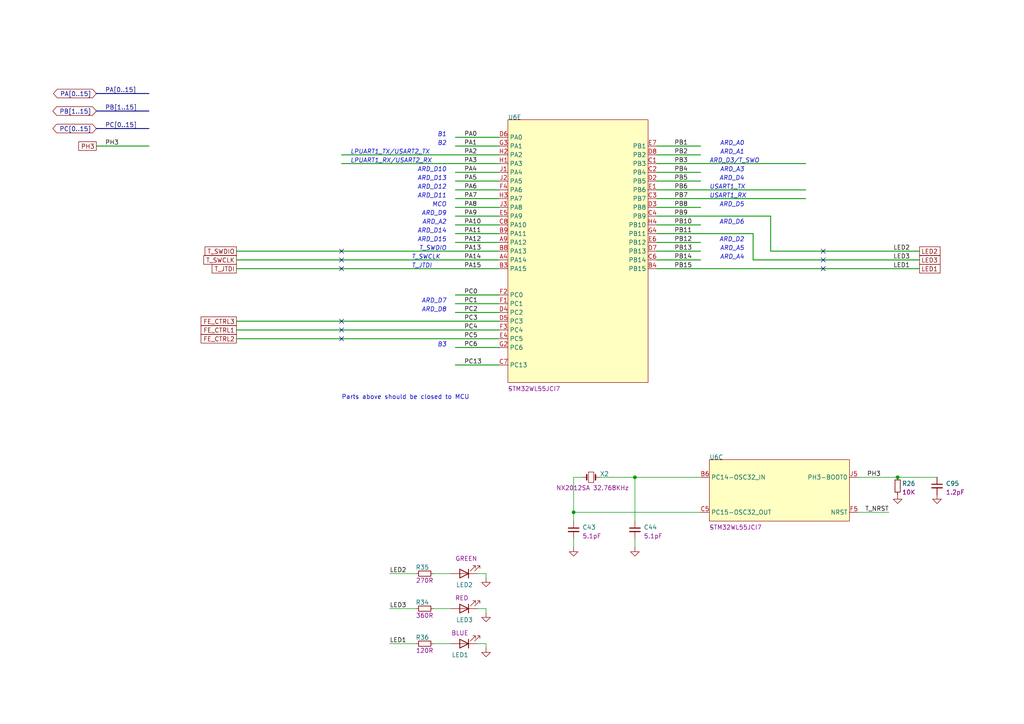
<source format=kicad_sch>
(kicad_sch (version 20211123) (generator eeschema)

  (uuid 7caab815-0d8b-4a64-a2bd-06e3553751b4)

  (paper "A4")

  (title_block
    (title "STM32 microcontroller I/Os")
    (date "Not used")
    (rev "Not used")
    (company "STMicroelectronics")
  )

  (lib_symbols
    (symbol "Device:C_Small" (pin_numbers hide) (pin_names (offset 0.254) hide) (in_bom yes) (on_board yes)
      (property "Reference" "C" (id 0) (at 0.254 1.778 0)
        (effects (font (size 1.27 1.27)) (justify left))
      )
      (property "Value" "C_Small" (id 1) (at 0.254 -2.032 0)
        (effects (font (size 1.27 1.27)) (justify left))
      )
      (property "Footprint" "" (id 2) (at 0 0 0)
        (effects (font (size 1.27 1.27)) hide)
      )
      (property "Datasheet" "~" (id 3) (at 0 0 0)
        (effects (font (size 1.27 1.27)) hide)
      )
      (property "ki_keywords" "capacitor cap" (id 4) (at 0 0 0)
        (effects (font (size 1.27 1.27)) hide)
      )
      (property "ki_description" "Unpolarized capacitor, small symbol" (id 5) (at 0 0 0)
        (effects (font (size 1.27 1.27)) hide)
      )
      (property "ki_fp_filters" "C_*" (id 6) (at 0 0 0)
        (effects (font (size 1.27 1.27)) hide)
      )
      (symbol "C_Small_0_1"
        (polyline
          (pts
            (xy -1.524 -0.508)
            (xy 1.524 -0.508)
          )
          (stroke (width 0.3302) (type default) (color 0 0 0 0))
          (fill (type none))
        )
        (polyline
          (pts
            (xy -1.524 0.508)
            (xy 1.524 0.508)
          )
          (stroke (width 0.3048) (type default) (color 0 0 0 0))
          (fill (type none))
        )
      )
      (symbol "C_Small_1_1"
        (pin passive line (at 0 2.54 270) (length 2.032)
          (name "~" (effects (font (size 1.27 1.27))))
          (number "1" (effects (font (size 1.27 1.27))))
        )
        (pin passive line (at 0 -2.54 90) (length 2.032)
          (name "~" (effects (font (size 1.27 1.27))))
          (number "2" (effects (font (size 1.27 1.27))))
        )
      )
    )
    (symbol "Device:Crystal_Small" (pin_numbers hide) (pin_names (offset 1.016) hide) (in_bom yes) (on_board yes)
      (property "Reference" "Y" (id 0) (at 0 2.54 0)
        (effects (font (size 1.27 1.27)))
      )
      (property "Value" "Crystal_Small" (id 1) (at 0 -2.54 0)
        (effects (font (size 1.27 1.27)))
      )
      (property "Footprint" "" (id 2) (at 0 0 0)
        (effects (font (size 1.27 1.27)) hide)
      )
      (property "Datasheet" "~" (id 3) (at 0 0 0)
        (effects (font (size 1.27 1.27)) hide)
      )
      (property "ki_keywords" "quartz ceramic resonator oscillator" (id 4) (at 0 0 0)
        (effects (font (size 1.27 1.27)) hide)
      )
      (property "ki_description" "Two pin crystal, small symbol" (id 5) (at 0 0 0)
        (effects (font (size 1.27 1.27)) hide)
      )
      (property "ki_fp_filters" "Crystal*" (id 6) (at 0 0 0)
        (effects (font (size 1.27 1.27)) hide)
      )
      (symbol "Crystal_Small_0_1"
        (rectangle (start -0.762 -1.524) (end 0.762 1.524)
          (stroke (width 0) (type default) (color 0 0 0 0))
          (fill (type none))
        )
        (polyline
          (pts
            (xy -1.27 -0.762)
            (xy -1.27 0.762)
          )
          (stroke (width 0.381) (type default) (color 0 0 0 0))
          (fill (type none))
        )
        (polyline
          (pts
            (xy 1.27 -0.762)
            (xy 1.27 0.762)
          )
          (stroke (width 0.381) (type default) (color 0 0 0 0))
          (fill (type none))
        )
      )
      (symbol "Crystal_Small_1_1"
        (pin passive line (at -2.54 0 0) (length 1.27)
          (name "1" (effects (font (size 1.27 1.27))))
          (number "1" (effects (font (size 1.27 1.27))))
        )
        (pin passive line (at 2.54 0 180) (length 1.27)
          (name "2" (effects (font (size 1.27 1.27))))
          (number "2" (effects (font (size 1.27 1.27))))
        )
      )
    )
    (symbol "Device:LED" (pin_numbers hide) (pin_names (offset 1.016) hide) (in_bom yes) (on_board yes)
      (property "Reference" "D" (id 0) (at 0 2.54 0)
        (effects (font (size 1.27 1.27)))
      )
      (property "Value" "LED" (id 1) (at 0 -2.54 0)
        (effects (font (size 1.27 1.27)))
      )
      (property "Footprint" "" (id 2) (at 0 0 0)
        (effects (font (size 1.27 1.27)) hide)
      )
      (property "Datasheet" "~" (id 3) (at 0 0 0)
        (effects (font (size 1.27 1.27)) hide)
      )
      (property "ki_keywords" "LED diode" (id 4) (at 0 0 0)
        (effects (font (size 1.27 1.27)) hide)
      )
      (property "ki_description" "Light emitting diode" (id 5) (at 0 0 0)
        (effects (font (size 1.27 1.27)) hide)
      )
      (property "ki_fp_filters" "LED* LED_SMD:* LED_THT:*" (id 6) (at 0 0 0)
        (effects (font (size 1.27 1.27)) hide)
      )
      (symbol "LED_0_1"
        (polyline
          (pts
            (xy -1.27 -1.27)
            (xy -1.27 1.27)
          )
          (stroke (width 0.254) (type default) (color 0 0 0 0))
          (fill (type none))
        )
        (polyline
          (pts
            (xy -1.27 0)
            (xy 1.27 0)
          )
          (stroke (width 0) (type default) (color 0 0 0 0))
          (fill (type none))
        )
        (polyline
          (pts
            (xy 1.27 -1.27)
            (xy 1.27 1.27)
            (xy -1.27 0)
            (xy 1.27 -1.27)
          )
          (stroke (width 0.254) (type default) (color 0 0 0 0))
          (fill (type none))
        )
        (polyline
          (pts
            (xy -3.048 -0.762)
            (xy -4.572 -2.286)
            (xy -3.81 -2.286)
            (xy -4.572 -2.286)
            (xy -4.572 -1.524)
          )
          (stroke (width 0) (type default) (color 0 0 0 0))
          (fill (type none))
        )
        (polyline
          (pts
            (xy -1.778 -0.762)
            (xy -3.302 -2.286)
            (xy -2.54 -2.286)
            (xy -3.302 -2.286)
            (xy -3.302 -1.524)
          )
          (stroke (width 0) (type default) (color 0 0 0 0))
          (fill (type none))
        )
      )
      (symbol "LED_1_1"
        (pin passive line (at -3.81 0 0) (length 2.54)
          (name "K" (effects (font (size 1.27 1.27))))
          (number "1" (effects (font (size 1.27 1.27))))
        )
        (pin passive line (at 3.81 0 180) (length 2.54)
          (name "A" (effects (font (size 1.27 1.27))))
          (number "2" (effects (font (size 1.27 1.27))))
        )
      )
    )
    (symbol "Device:R_Small" (pin_numbers hide) (pin_names (offset 0.254) hide) (in_bom yes) (on_board yes)
      (property "Reference" "R" (id 0) (at 0.762 0.508 0)
        (effects (font (size 1.27 1.27)) (justify left))
      )
      (property "Value" "R_Small" (id 1) (at 0.762 -1.016 0)
        (effects (font (size 1.27 1.27)) (justify left))
      )
      (property "Footprint" "" (id 2) (at 0 0 0)
        (effects (font (size 1.27 1.27)) hide)
      )
      (property "Datasheet" "~" (id 3) (at 0 0 0)
        (effects (font (size 1.27 1.27)) hide)
      )
      (property "ki_keywords" "R resistor" (id 4) (at 0 0 0)
        (effects (font (size 1.27 1.27)) hide)
      )
      (property "ki_description" "Resistor, small symbol" (id 5) (at 0 0 0)
        (effects (font (size 1.27 1.27)) hide)
      )
      (property "ki_fp_filters" "R_*" (id 6) (at 0 0 0)
        (effects (font (size 1.27 1.27)) hide)
      )
      (symbol "R_Small_0_1"
        (rectangle (start -0.762 1.778) (end 0.762 -1.778)
          (stroke (width 0.2032) (type default) (color 0 0 0 0))
          (fill (type none))
        )
      )
      (symbol "R_Small_1_1"
        (pin passive line (at 0 2.54 270) (length 0.762)
          (name "~" (effects (font (size 1.27 1.27))))
          (number "1" (effects (font (size 1.27 1.27))))
        )
        (pin passive line (at 0 -2.54 90) (length 0.762)
          (name "~" (effects (font (size 1.27 1.27))))
          (number "2" (effects (font (size 1.27 1.27))))
        )
      )
    )
    (symbol "STM32_microcontroller_IOs-altium-import:0_STM32WL5x_BGA73" (in_bom yes) (on_board yes)
      (property "Reference" "" (id 0) (at 0 0 0)
        (effects (font (size 1.27 1.27)))
      )
      (property "Value" "0_STM32WL5x_BGA73" (id 1) (at 0 0 0)
        (effects (font (size 1.27 1.27)))
      )
      (property "Footprint" "" (id 2) (at 0 0 0)
        (effects (font (size 1.27 1.27)) hide)
      )
      (property "Datasheet" "" (id 3) (at 0 0 0)
        (effects (font (size 1.27 1.27)) hide)
      )
      (property "ki_description" "Multiprotocol Wireless 32-bit MCUwith LPWAN Sub-GHz radio solution" (id 4) (at 0 0 0)
        (effects (font (size 1.27 1.27)) hide)
      )
      (property "ki_fp_filters" "ICC_UFBGA73_5X5_P050" (id 5) (at 0 0 0)
        (effects (font (size 1.27 1.27)) hide)
      )
      (symbol "0_STM32WL5x_BGA73_1_0"
        (rectangle (start 30.48 0) (end 0 -50.8)
          (stroke (width 0) (type default) (color 0 0 0 0))
          (fill (type background))
        )
        (pin passive line (at -2.54 -15.24 0) (length 2.54)
          (name "VDDRF" (effects (font (size 1.27 1.27))))
          (number "E8" (effects (font (size 1.27 1.27))))
        )
        (pin passive line (at -2.54 -35.56 0) (length 2.54)
          (name "PB0-VDD_TCXO" (effects (font (size 1.27 1.27))))
          (number "F6" (effects (font (size 1.27 1.27))))
        )
        (pin passive line (at -2.54 -5.08 0) (length 2.54)
          (name "VDDRF1V55" (effects (font (size 1.27 1.27))))
          (number "F7" (effects (font (size 1.27 1.27))))
        )
        (pin passive line (at -2.54 -43.18 0) (length 2.54)
          (name "OSC_OUT" (effects (font (size 1.27 1.27))))
          (number "F8" (effects (font (size 1.27 1.27))))
        )
        (pin passive line (at -2.54 -20.32 0) (length 2.54)
          (name "VSSRF" (effects (font (size 1.27 1.27))))
          (number "G6" (effects (font (size 1.27 1.27))))
        )
        (pin passive line (at -2.54 -22.86 0) (length 2.54)
          (name "VSSRF" (effects (font (size 1.27 1.27))))
          (number "G7" (effects (font (size 1.27 1.27))))
        )
        (pin passive line (at -2.54 -25.4 0) (length 2.54)
          (name "VSSRF" (effects (font (size 1.27 1.27))))
          (number "G8" (effects (font (size 1.27 1.27))))
        )
        (pin passive line (at -2.54 -40.64 0) (length 2.54)
          (name "OSC_IN" (effects (font (size 1.27 1.27))))
          (number "G9" (effects (font (size 1.27 1.27))))
        )
        (pin passive line (at -2.54 -27.94 0) (length 2.54)
          (name "VSSRF" (effects (font (size 1.27 1.27))))
          (number "H6" (effects (font (size 1.27 1.27))))
        )
        (pin passive line (at 33.02 -45.72 180) (length 2.54)
          (name "RFI_N" (effects (font (size 1.27 1.27))))
          (number "H7" (effects (font (size 1.27 1.27))))
        )
        (pin passive line (at -2.54 -10.16 0) (length 2.54)
          (name "VDDPA" (effects (font (size 1.27 1.27))))
          (number "H8" (effects (font (size 1.27 1.27))))
        )
        (pin passive line (at 33.02 -5.08 180) (length 2.54)
          (name "VR_PA" (effects (font (size 1.27 1.27))))
          (number "H9" (effects (font (size 1.27 1.27))))
        )
        (pin passive line (at 33.02 -30.48 180) (length 2.54)
          (name "RFI_P" (effects (font (size 1.27 1.27))))
          (number "J6" (effects (font (size 1.27 1.27))))
        )
        (pin passive line (at 33.02 -20.32 180) (length 2.54)
          (name "RFO_LP" (effects (font (size 1.27 1.27))))
          (number "J8" (effects (font (size 1.27 1.27))))
        )
        (pin passive line (at 33.02 -12.7 180) (length 2.54)
          (name "RFO_HP" (effects (font (size 1.27 1.27))))
          (number "J9" (effects (font (size 1.27 1.27))))
        )
      )
      (symbol "0_STM32WL5x_BGA73_2_0"
        (rectangle (start 20.32 0) (end 0 -25.4)
          (stroke (width 0) (type default) (color 0 0 0 0))
          (fill (type background))
        )
        (pin passive line (at -2.54 -22.86 0) (length 2.54)
          (name "VSSSMPS" (effects (font (size 1.27 1.27))))
          (number "A1" (effects (font (size 1.27 1.27))))
        )
        (pin passive line (at -2.54 -5.08 0) (length 2.54)
          (name "VDDSMPS" (effects (font (size 1.27 1.27))))
          (number "A2" (effects (font (size 1.27 1.27))))
        )
        (pin passive line (at -2.54 -10.16 0) (length 2.54)
          (name "VLXSMPS" (effects (font (size 1.27 1.27))))
          (number "B1" (effects (font (size 1.27 1.27))))
        )
        (pin passive line (at -2.54 -15.24 0) (length 2.54)
          (name "VFBSMPS" (effects (font (size 1.27 1.27))))
          (number "B2" (effects (font (size 1.27 1.27))))
        )
      )
      (symbol "0_STM32WL5x_BGA73_3_0"
        (rectangle (start 40.64 0) (end 0 -17.78)
          (stroke (width 0) (type default) (color 0 0 0 0))
          (fill (type background))
        )
        (pin passive line (at -2.54 -5.08 0) (length 2.54)
          (name "PC14-OSC32_IN" (effects (font (size 1.27 1.27))))
          (number "B6" (effects (font (size 1.27 1.27))))
        )
        (pin passive line (at -2.54 -15.24 0) (length 2.54)
          (name "PC15-OSC32_OUT" (effects (font (size 1.27 1.27))))
          (number "C5" (effects (font (size 1.27 1.27))))
        )
        (pin passive line (at 43.18 -15.24 180) (length 2.54)
          (name "NRST" (effects (font (size 1.27 1.27))))
          (number "F5" (effects (font (size 1.27 1.27))))
        )
        (pin passive line (at 43.18 -5.08 180) (length 2.54)
          (name "PH3-BOOT0" (effects (font (size 1.27 1.27))))
          (number "J5" (effects (font (size 1.27 1.27))))
        )
      )
      (symbol "0_STM32WL5x_BGA73_4_0"
        (rectangle (start 35.56 0) (end 0 -30.48)
          (stroke (width 0) (type default) (color 0 0 0 0))
          (fill (type background))
        )
        (pin passive line (at -2.54 -22.86 0) (length 2.54)
          (name "VDDA" (effects (font (size 1.27 1.27))))
          (number "A5" (effects (font (size 1.27 1.27))))
        )
        (pin passive line (at -2.54 -5.08 0) (length 2.54)
          (name "VDD" (effects (font (size 1.27 1.27))))
          (number "A7" (effects (font (size 1.27 1.27))))
        )
        (pin passive line (at -2.54 -17.78 0) (length 2.54)
          (name "VBAT" (effects (font (size 1.27 1.27))))
          (number "A8" (effects (font (size 1.27 1.27))))
        )
        (pin passive line (at -2.54 -27.94 0) (length 2.54)
          (name "VREF+" (effects (font (size 1.27 1.27))))
          (number "B5" (effects (font (size 1.27 1.27))))
        )
        (pin passive line (at 38.1 -5.08 180) (length 2.54)
          (name "VSS" (effects (font (size 1.27 1.27))))
          (number "B7" (effects (font (size 1.27 1.27))))
        )
        (pin passive line (at 38.1 -7.62 180) (length 2.54)
          (name "VSS" (effects (font (size 1.27 1.27))))
          (number "D9" (effects (font (size 1.27 1.27))))
        )
        (pin passive line (at -2.54 -7.62 0) (length 2.54)
          (name "VDD" (effects (font (size 1.27 1.27))))
          (number "E2" (effects (font (size 1.27 1.27))))
        )
        (pin passive line (at 38.1 -10.16 180) (length 2.54)
          (name "VSS" (effects (font (size 1.27 1.27))))
          (number "E3" (effects (font (size 1.27 1.27))))
        )
        (pin passive line (at -2.54 -10.16 0) (length 2.54)
          (name "VDD" (effects (font (size 1.27 1.27))))
          (number "E9" (effects (font (size 1.27 1.27))))
        )
        (pin passive line (at 38.1 -12.7 180) (length 2.54)
          (name "VSS" (effects (font (size 1.27 1.27))))
          (number "G5" (effects (font (size 1.27 1.27))))
        )
        (pin passive line (at -2.54 -12.7 0) (length 2.54)
          (name "VDD" (effects (font (size 1.27 1.27))))
          (number "H5" (effects (font (size 1.27 1.27))))
        )
      )
      (symbol "0_STM32WL5x_BGA73_5_0"
        (rectangle (start 40.64 0) (end 0 -76.2)
          (stroke (width 0) (type default) (color 0 0 0 0))
          (fill (type background))
        )
        (pin passive line (at -2.54 -40.64 0) (length 2.54)
          (name "PA14" (effects (font (size 1.27 1.27))))
          (number "A4" (effects (font (size 1.27 1.27))))
        )
        (pin passive line (at -2.54 -35.56 0) (length 2.54)
          (name "PA12" (effects (font (size 1.27 1.27))))
          (number "A9" (effects (font (size 1.27 1.27))))
        )
        (pin passive line (at -2.54 -43.18 0) (length 2.54)
          (name "PA15" (effects (font (size 1.27 1.27))))
          (number "B3" (effects (font (size 1.27 1.27))))
        )
        (pin passive line (at 43.18 -43.18 180) (length 2.54)
          (name "PB15" (effects (font (size 1.27 1.27))))
          (number "B4" (effects (font (size 1.27 1.27))))
        )
        (pin passive line (at -2.54 -38.1 0) (length 2.54)
          (name "PA13" (effects (font (size 1.27 1.27))))
          (number "B8" (effects (font (size 1.27 1.27))))
        )
        (pin passive line (at -2.54 -33.02 0) (length 2.54)
          (name "PA11" (effects (font (size 1.27 1.27))))
          (number "B9" (effects (font (size 1.27 1.27))))
        )
        (pin passive line (at 43.18 -12.7 180) (length 2.54)
          (name "PB3" (effects (font (size 1.27 1.27))))
          (number "C1" (effects (font (size 1.27 1.27))))
        )
        (pin passive line (at 43.18 -15.24 180) (length 2.54)
          (name "PB4" (effects (font (size 1.27 1.27))))
          (number "C2" (effects (font (size 1.27 1.27))))
        )
        (pin passive line (at 43.18 -22.86 180) (length 2.54)
          (name "PB7" (effects (font (size 1.27 1.27))))
          (number "C3" (effects (font (size 1.27 1.27))))
        )
        (pin passive line (at 43.18 -27.94 180) (length 2.54)
          (name "PB9" (effects (font (size 1.27 1.27))))
          (number "C4" (effects (font (size 1.27 1.27))))
        )
        (pin passive line (at 43.18 -40.64 180) (length 2.54)
          (name "PB14" (effects (font (size 1.27 1.27))))
          (number "C6" (effects (font (size 1.27 1.27))))
        )
        (pin passive line (at -2.54 -71.12 0) (length 2.54)
          (name "PC13" (effects (font (size 1.27 1.27))))
          (number "C7" (effects (font (size 1.27 1.27))))
        )
        (pin passive line (at -2.54 -30.48 0) (length 2.54)
          (name "PA10" (effects (font (size 1.27 1.27))))
          (number "C8" (effects (font (size 1.27 1.27))))
        )
        (pin passive line (at 43.18 -17.78 180) (length 2.54)
          (name "PB5" (effects (font (size 1.27 1.27))))
          (number "D2" (effects (font (size 1.27 1.27))))
        )
        (pin passive line (at 43.18 -25.4 180) (length 2.54)
          (name "PB8" (effects (font (size 1.27 1.27))))
          (number "D3" (effects (font (size 1.27 1.27))))
        )
        (pin passive line (at -2.54 -55.88 0) (length 2.54)
          (name "PC2" (effects (font (size 1.27 1.27))))
          (number "D4" (effects (font (size 1.27 1.27))))
        )
        (pin passive line (at -2.54 -58.42 0) (length 2.54)
          (name "PC3" (effects (font (size 1.27 1.27))))
          (number "D5" (effects (font (size 1.27 1.27))))
        )
        (pin passive line (at -2.54 -5.08 0) (length 2.54)
          (name "PA0" (effects (font (size 1.27 1.27))))
          (number "D6" (effects (font (size 1.27 1.27))))
        )
        (pin passive line (at 43.18 -38.1 180) (length 2.54)
          (name "PB13" (effects (font (size 1.27 1.27))))
          (number "D7" (effects (font (size 1.27 1.27))))
        )
        (pin passive line (at 43.18 -10.16 180) (length 2.54)
          (name "PB2" (effects (font (size 1.27 1.27))))
          (number "D8" (effects (font (size 1.27 1.27))))
        )
        (pin passive line (at 43.18 -20.32 180) (length 2.54)
          (name "PB6" (effects (font (size 1.27 1.27))))
          (number "E1" (effects (font (size 1.27 1.27))))
        )
        (pin passive line (at -2.54 -63.5 0) (length 2.54)
          (name "PC5" (effects (font (size 1.27 1.27))))
          (number "E4" (effects (font (size 1.27 1.27))))
        )
        (pin passive line (at -2.54 -27.94 0) (length 2.54)
          (name "PA9" (effects (font (size 1.27 1.27))))
          (number "E5" (effects (font (size 1.27 1.27))))
        )
        (pin passive line (at 43.18 -35.56 180) (length 2.54)
          (name "PB12" (effects (font (size 1.27 1.27))))
          (number "E6" (effects (font (size 1.27 1.27))))
        )
        (pin passive line (at 43.18 -7.62 180) (length 2.54)
          (name "PB1" (effects (font (size 1.27 1.27))))
          (number "E7" (effects (font (size 1.27 1.27))))
        )
        (pin passive line (at -2.54 -53.34 0) (length 2.54)
          (name "PC1" (effects (font (size 1.27 1.27))))
          (number "F1" (effects (font (size 1.27 1.27))))
        )
        (pin passive line (at -2.54 -50.8 0) (length 2.54)
          (name "PC0" (effects (font (size 1.27 1.27))))
          (number "F2" (effects (font (size 1.27 1.27))))
        )
        (pin passive line (at -2.54 -60.96 0) (length 2.54)
          (name "PC4" (effects (font (size 1.27 1.27))))
          (number "F3" (effects (font (size 1.27 1.27))))
        )
        (pin passive line (at -2.54 -20.32 0) (length 2.54)
          (name "PA6" (effects (font (size 1.27 1.27))))
          (number "F4" (effects (font (size 1.27 1.27))))
        )
        (pin passive line (at -2.54 -66.04 0) (length 2.54)
          (name "PC6" (effects (font (size 1.27 1.27))))
          (number "G2" (effects (font (size 1.27 1.27))))
        )
        (pin passive line (at -2.54 -7.62 0) (length 2.54)
          (name "PA1" (effects (font (size 1.27 1.27))))
          (number "G3" (effects (font (size 1.27 1.27))))
        )
        (pin passive line (at 43.18 -33.02 180) (length 2.54)
          (name "PB11" (effects (font (size 1.27 1.27))))
          (number "G4" (effects (font (size 1.27 1.27))))
        )
        (pin passive line (at -2.54 -12.7 0) (length 2.54)
          (name "PA3" (effects (font (size 1.27 1.27))))
          (number "H1" (effects (font (size 1.27 1.27))))
        )
        (pin passive line (at -2.54 -10.16 0) (length 2.54)
          (name "PA2" (effects (font (size 1.27 1.27))))
          (number "H2" (effects (font (size 1.27 1.27))))
        )
        (pin passive line (at -2.54 -22.86 0) (length 2.54)
          (name "PA7" (effects (font (size 1.27 1.27))))
          (number "H3" (effects (font (size 1.27 1.27))))
        )
        (pin passive line (at 43.18 -30.48 180) (length 2.54)
          (name "PB10" (effects (font (size 1.27 1.27))))
          (number "H4" (effects (font (size 1.27 1.27))))
        )
        (pin passive line (at -2.54 -15.24 0) (length 2.54)
          (name "PA4" (effects (font (size 1.27 1.27))))
          (number "J1" (effects (font (size 1.27 1.27))))
        )
        (pin passive line (at -2.54 -17.78 0) (length 2.54)
          (name "PA5" (effects (font (size 1.27 1.27))))
          (number "J2" (effects (font (size 1.27 1.27))))
        )
        (pin passive line (at -2.54 -25.4 0) (length 2.54)
          (name "PA8" (effects (font (size 1.27 1.27))))
          (number "J3" (effects (font (size 1.27 1.27))))
        )
      )
    )
    (symbol "power:GND" (power) (pin_names (offset 0)) (in_bom yes) (on_board yes)
      (property "Reference" "#PWR" (id 0) (at 0 -6.35 0)
        (effects (font (size 1.27 1.27)) hide)
      )
      (property "Value" "GND" (id 1) (at 0 -3.81 0)
        (effects (font (size 1.27 1.27)))
      )
      (property "Footprint" "" (id 2) (at 0 0 0)
        (effects (font (size 1.27 1.27)) hide)
      )
      (property "Datasheet" "" (id 3) (at 0 0 0)
        (effects (font (size 1.27 1.27)) hide)
      )
      (property "ki_keywords" "power-flag" (id 4) (at 0 0 0)
        (effects (font (size 1.27 1.27)) hide)
      )
      (property "ki_description" "Power symbol creates a global label with name \"GND\" , ground" (id 5) (at 0 0 0)
        (effects (font (size 1.27 1.27)) hide)
      )
      (symbol "GND_0_1"
        (polyline
          (pts
            (xy 0 0)
            (xy 0 -1.27)
            (xy 1.27 -1.27)
            (xy 0 -2.54)
            (xy -1.27 -1.27)
            (xy 0 -1.27)
          )
          (stroke (width 0) (type default) (color 0 0 0 0))
          (fill (type none))
        )
      )
      (symbol "GND_1_1"
        (pin power_in line (at 0 0 270) (length 0) hide
          (name "GND" (effects (font (size 1.27 1.27))))
          (number "1" (effects (font (size 1.27 1.27))))
        )
      )
    )
  )

  (junction (at 260.35 138.43) (diameter 0) (color 0 0 0 0)
    (uuid 09ecd405-220d-472a-a41a-95a24c0d22ad)
  )
  (junction (at 166.37 148.59) (diameter 0) (color 0 0 0 0)
    (uuid 538c67e3-ea25-4644-a03a-c9fecdf5be72)
  )
  (junction (at 184.15 138.43) (diameter 0) (color 0 0 0 0)
    (uuid b2618203-e428-4eee-a5c9-74ed1b296220)
  )

  (no_connect (at 99.06 72.8472) (uuid 246f4692-5c87-442e-8358-c92e10d68bd6))
  (no_connect (at 99.06 75.3872) (uuid 2674c266-4b2b-47e0-b882-c82fb6c6685c))
  (no_connect (at 99.06 93.1672) (uuid 2c527ab0-1a93-4347-bac5-eb28aab43d44))
  (no_connect (at 238.76 72.8472) (uuid 2c5be3d0-2833-4a40-bdeb-b64ce76d6326))
  (no_connect (at 99.06 95.7072) (uuid 2cf720f4-696c-4b70-a447-57641a9db923))
  (no_connect (at 238.76 75.3872) (uuid 5f695c45-d47a-4c58-a0da-101b624e316f))
  (no_connect (at 99.06 98.2472) (uuid bc6f558f-3669-49d2-ba21-a83dff477ea5))
  (no_connect (at 238.76 77.9272) (uuid d391d81a-1ea7-460f-864a-e4c6c04d5233))
  (no_connect (at 99.06 77.9272) (uuid ea9b3ce8-6c7b-41fd-8cf6-0d5cbd485c0a))

  (wire (pts (xy 218.44 67.7672) (xy 218.44 75.3872))
    (stroke (width 0.254) (type default) (color 0 0 0 0))
    (uuid 0072feca-6d55-4be1-ae25-d360a42f677f)
  )
  (wire (pts (xy 132.08 49.9872) (xy 144.78 49.9872))
    (stroke (width 0.254) (type default) (color 0 0 0 0))
    (uuid 01c4ca08-8a4f-4fcc-ac99-649d9d9accf3)
  )
  (wire (pts (xy 99.06 47.4472) (xy 144.78 47.4472))
    (stroke (width 0.254) (type default) (color 0 0 0 0))
    (uuid 0555104b-780e-4ebf-a66e-b525fa2e6f24)
  )
  (wire (pts (xy 190.5 47.4472) (xy 233.68 47.4472))
    (stroke (width 0.254) (type default) (color 0 0 0 0))
    (uuid 068b83e0-5faa-4e79-be18-95a19abb1438)
  )
  (wire (pts (xy 132.08 52.5272) (xy 144.78 52.5272))
    (stroke (width 0.254) (type default) (color 0 0 0 0))
    (uuid 0834bf72-0fb4-4e4f-9e60-706971f0bccc)
  )
  (wire (pts (xy 132.08 67.7672) (xy 144.78 67.7672))
    (stroke (width 0.254) (type default) (color 0 0 0 0))
    (uuid 0d8edac6-c9c6-4a34-9984-9399feacb150)
  )
  (wire (pts (xy 138.43 166.37) (xy 140.97 166.37))
    (stroke (width 0) (type default) (color 0 0 0 0))
    (uuid 12f95cbe-e7ad-4490-b716-dee1b158ee10)
  )
  (wire (pts (xy 223.52 72.8472) (xy 266.7 72.8472))
    (stroke (width 0.254) (type default) (color 0 0 0 0))
    (uuid 15aca8ef-073f-47a4-a7c9-159fba6de3fc)
  )
  (wire (pts (xy 173.99 138.43) (xy 184.15 138.43))
    (stroke (width 0) (type default) (color 0 0 0 0))
    (uuid 160b54ea-b9b7-41a4-bf42-ec6d3a6d341c)
  )
  (wire (pts (xy 144.78 77.9272) (xy 68.58 77.9272))
    (stroke (width 0.254) (type default) (color 0 0 0 0))
    (uuid 19991cde-5872-4534-b621-6cbf04dc9f4c)
  )
  (bus (pts (xy 27.94 27.1272) (xy 43.18 27.1272))
    (stroke (width 0.254) (type default) (color 0 0 0 0))
    (uuid 1c50fee8-58fe-4575-afec-9b7a9e9dacfa)
  )

  (wire (pts (xy 140.97 166.37) (xy 140.97 167.64))
    (stroke (width 0) (type default) (color 0 0 0 0))
    (uuid 1d1ba512-966e-42f5-b8e5-4db719afd001)
  )
  (wire (pts (xy 125.73 166.37) (xy 130.81 166.37))
    (stroke (width 0) (type default) (color 0 0 0 0))
    (uuid 2086149f-f082-4a79-bf06-e07dda8166d0)
  )
  (wire (pts (xy 132.08 62.6872) (xy 144.78 62.6872))
    (stroke (width 0.254) (type default) (color 0 0 0 0))
    (uuid 24a5aac4-22bf-41db-bf76-8685f68b7fb0)
  )
  (wire (pts (xy 190.5 55.0672) (xy 233.68 55.0672))
    (stroke (width 0.254) (type default) (color 0 0 0 0))
    (uuid 28f3f305-31fc-42f5-a5c2-a9767b3e39b1)
  )
  (wire (pts (xy 166.37 148.59) (xy 166.37 138.43))
    (stroke (width 0) (type default) (color 0 0 0 0))
    (uuid 2b0e75f3-582d-4eb3-8a07-d991a774f75a)
  )
  (wire (pts (xy 144.78 93.1672) (xy 68.58 93.1672))
    (stroke (width 0.254) (type default) (color 0 0 0 0))
    (uuid 31444406-a740-46e7-a344-f77b64894084)
  )
  (wire (pts (xy 113.03 176.53) (xy 120.65 176.53))
    (stroke (width 0) (type default) (color 0 0 0 0))
    (uuid 3188f78d-b627-48ce-ba96-e4cbf9535eeb)
  )
  (wire (pts (xy 203.2 148.59) (xy 166.37 148.59))
    (stroke (width 0) (type default) (color 0 0 0 0))
    (uuid 3243cbb9-ebd8-4392-ad5a-f46af0b84dcc)
  )
  (wire (pts (xy 132.08 57.6072) (xy 144.78 57.6072))
    (stroke (width 0.254) (type default) (color 0 0 0 0))
    (uuid 3661925f-2f64-48d4-8b96-e23387917723)
  )
  (wire (pts (xy 132.08 65.2272) (xy 144.78 65.2272))
    (stroke (width 0.254) (type default) (color 0 0 0 0))
    (uuid 3b059add-6b7c-49b5-9539-7e20b918548e)
  )
  (wire (pts (xy 190.5 67.7672) (xy 218.44 67.7672))
    (stroke (width 0.254) (type default) (color 0 0 0 0))
    (uuid 3ba387f7-d54f-4e95-ac27-a1fe5a11a714)
  )
  (wire (pts (xy 190.5 42.3672) (xy 203.2 42.3672))
    (stroke (width 0.254) (type default) (color 0 0 0 0))
    (uuid 48561b8f-af53-4010-812e-90651d9f570c)
  )
  (wire (pts (xy 166.37 148.59) (xy 166.37 151.13))
    (stroke (width 0) (type default) (color 0 0 0 0))
    (uuid 48ea8439-3a94-40d9-97d6-b1780d2d6672)
  )
  (wire (pts (xy 190.5 72.8472) (xy 203.2 72.8472))
    (stroke (width 0.254) (type default) (color 0 0 0 0))
    (uuid 4a0207bc-8dcb-4b6f-8d2c-137181114c7e)
  )
  (wire (pts (xy 223.52 62.6872) (xy 223.52 72.8472))
    (stroke (width 0.254) (type default) (color 0 0 0 0))
    (uuid 501655d4-4524-47b9-83ac-9c6404a1f71a)
  )
  (wire (pts (xy 144.78 72.8472) (xy 68.58 72.8472))
    (stroke (width 0.254) (type default) (color 0 0 0 0))
    (uuid 51e94bf3-5985-4d45-8afd-6d5cfa552e72)
  )
  (wire (pts (xy 132.08 88.0872) (xy 144.78 88.0872))
    (stroke (width 0.254) (type default) (color 0 0 0 0))
    (uuid 53590a99-5c6a-4d84-a1ba-ca5cdf5969b2)
  )
  (wire (pts (xy 113.03 186.69) (xy 120.65 186.69))
    (stroke (width 0) (type default) (color 0 0 0 0))
    (uuid 6374fa2c-c980-4e93-9c6f-9290eeafec95)
  )
  (wire (pts (xy 138.43 176.53) (xy 140.97 176.53))
    (stroke (width 0) (type default) (color 0 0 0 0))
    (uuid 63c334ea-ad4d-4a6e-a106-ab71c238cf05)
  )
  (wire (pts (xy 190.5 52.5272) (xy 203.2 52.5272))
    (stroke (width 0.254) (type default) (color 0 0 0 0))
    (uuid 64ceeb97-4c68-401f-8eb0-1ceae7839863)
  )
  (wire (pts (xy 248.92 148.59) (xy 257.81 148.59))
    (stroke (width 0) (type default) (color 0 0 0 0))
    (uuid 6db6c27b-86c4-4b2d-92a9-f3d3a3aa5cf2)
  )
  (wire (pts (xy 27.94 42.3672) (xy 43.18 42.3672))
    (stroke (width 0.254) (type default) (color 0 0 0 0))
    (uuid 6fd07eee-1c12-4eab-aebc-1ca994e1313b)
  )
  (wire (pts (xy 144.78 75.3872) (xy 68.58 75.3872))
    (stroke (width 0.254) (type default) (color 0 0 0 0))
    (uuid 711c8705-1b81-481b-a930-e63f20fc7b77)
  )
  (bus (pts (xy 27.94 32.2072) (xy 43.18 32.2072))
    (stroke (width 0.254) (type default) (color 0 0 0 0))
    (uuid 72c33372-a538-4da6-977f-d54fa0fb2414)
  )

  (wire (pts (xy 132.08 105.8672) (xy 144.78 105.8672))
    (stroke (width 0.254) (type default) (color 0 0 0 0))
    (uuid 766a55ca-b5a2-4703-9009-eb5e9a2e9cf6)
  )
  (wire (pts (xy 184.15 156.21) (xy 184.15 158.75))
    (stroke (width 0) (type default) (color 0 0 0 0))
    (uuid 76f65732-d69a-4451-91cb-8ac5b708db95)
  )
  (wire (pts (xy 132.08 42.3672) (xy 144.78 42.3672))
    (stroke (width 0.254) (type default) (color 0 0 0 0))
    (uuid 7d6c0410-38ae-4c6c-9041-22b715955bf2)
  )
  (wire (pts (xy 184.15 138.43) (xy 203.2 138.43))
    (stroke (width 0) (type default) (color 0 0 0 0))
    (uuid 83950d43-d513-4d6b-81b2-b2e59c022eac)
  )
  (wire (pts (xy 190.5 77.9272) (xy 266.7 77.9272))
    (stroke (width 0.254) (type default) (color 0 0 0 0))
    (uuid 8517f2bb-80d8-480c-9fcc-9505667d7d1f)
  )
  (wire (pts (xy 125.73 176.53) (xy 130.81 176.53))
    (stroke (width 0) (type default) (color 0 0 0 0))
    (uuid 87b254f9-0183-4640-a19b-4e0a99cb93db)
  )
  (wire (pts (xy 190.5 60.1472) (xy 203.2 60.1472))
    (stroke (width 0.254) (type default) (color 0 0 0 0))
    (uuid 8a14508c-3a8f-4197-823b-b1792f918fd4)
  )
  (wire (pts (xy 99.06 44.9072) (xy 144.78 44.9072))
    (stroke (width 0.254) (type default) (color 0 0 0 0))
    (uuid 941355d9-cc60-4d1c-bba6-4078a30529f4)
  )
  (wire (pts (xy 218.44 75.3872) (xy 266.7 75.3872))
    (stroke (width 0.254) (type default) (color 0 0 0 0))
    (uuid 95e131a6-7772-4cc8-b9c8-7c99532e31fd)
  )
  (wire (pts (xy 138.43 186.69) (xy 140.97 186.69))
    (stroke (width 0) (type default) (color 0 0 0 0))
    (uuid 984d09f2-c349-49b1-b323-9f6d9454de75)
  )
  (wire (pts (xy 132.08 39.8272) (xy 144.78 39.8272))
    (stroke (width 0.254) (type default) (color 0 0 0 0))
    (uuid 9937a29e-2627-452a-9cef-a66d5859780d)
  )
  (wire (pts (xy 190.5 44.9072) (xy 203.2 44.9072))
    (stroke (width 0.254) (type default) (color 0 0 0 0))
    (uuid a1304019-2c62-444a-94d3-c1dae4c94c74)
  )
  (wire (pts (xy 190.5 70.3072) (xy 203.2 70.3072))
    (stroke (width 0.254) (type default) (color 0 0 0 0))
    (uuid a1a68eb2-c28a-4b3c-840f-7b030c4add7d)
  )
  (bus (pts (xy 27.94 37.2872) (xy 43.18 37.2872))
    (stroke (width 0.254) (type default) (color 0 0 0 0))
    (uuid a99fb965-7f75-4287-a305-7d64a4e7387b)
  )

  (wire (pts (xy 190.5 65.2272) (xy 203.2 65.2272))
    (stroke (width 0.254) (type default) (color 0 0 0 0))
    (uuid a9a6deb5-f30f-4b04-9dd8-2dfc641e41ea)
  )
  (wire (pts (xy 166.37 156.21) (xy 166.37 158.75))
    (stroke (width 0) (type default) (color 0 0 0 0))
    (uuid ae7dc9f5-7a39-46fa-b508-1dfc30b5f72a)
  )
  (wire (pts (xy 132.08 90.6272) (xy 144.78 90.6272))
    (stroke (width 0.254) (type default) (color 0 0 0 0))
    (uuid b082c799-204a-4d88-9d29-5bf8772e9334)
  )
  (wire (pts (xy 132.08 70.3072) (xy 144.78 70.3072))
    (stroke (width 0.254) (type default) (color 0 0 0 0))
    (uuid b11f49dc-016c-4b80-b45e-ec25c24ec060)
  )
  (wire (pts (xy 190.5 49.9872) (xy 203.2 49.9872))
    (stroke (width 0.254) (type default) (color 0 0 0 0))
    (uuid b1fc89e4-a8a4-428c-b956-af765c4ae70b)
  )
  (wire (pts (xy 260.35 138.43) (xy 271.78 138.43))
    (stroke (width 0) (type default) (color 0 0 0 0))
    (uuid b647dcf5-7244-4e06-9e9a-251232630f9b)
  )
  (wire (pts (xy 132.08 55.0672) (xy 144.78 55.0672))
    (stroke (width 0.254) (type default) (color 0 0 0 0))
    (uuid c2fba1f8-b554-49b6-b6ac-1a246a0368d5)
  )
  (wire (pts (xy 125.73 186.69) (xy 130.81 186.69))
    (stroke (width 0) (type default) (color 0 0 0 0))
    (uuid c40c2f71-20ab-4784-bd1f-0df63ab0209d)
  )
  (wire (pts (xy 190.5 62.6872) (xy 223.52 62.6872))
    (stroke (width 0.254) (type default) (color 0 0 0 0))
    (uuid d47cbe4e-5c4c-4eed-8fdc-371bb6aeb2af)
  )
  (wire (pts (xy 140.97 186.69) (xy 140.97 187.96))
    (stroke (width 0) (type default) (color 0 0 0 0))
    (uuid d7f20e80-004f-4548-9175-ea661904b8c0)
  )
  (wire (pts (xy 144.78 98.2472) (xy 68.58 98.2472))
    (stroke (width 0.254) (type default) (color 0 0 0 0))
    (uuid d96a9163-7f41-44ef-bd9c-ff946a22aba4)
  )
  (wire (pts (xy 132.08 60.1472) (xy 144.78 60.1472))
    (stroke (width 0.254) (type default) (color 0 0 0 0))
    (uuid da0b88d3-a082-40df-8d3a-89c49f8c8fd5)
  )
  (wire (pts (xy 113.03 166.37) (xy 120.65 166.37))
    (stroke (width 0) (type default) (color 0 0 0 0))
    (uuid dba02c60-c4d4-41a4-a4d5-f457ae31c81a)
  )
  (wire (pts (xy 144.78 95.7072) (xy 68.58 95.7072))
    (stroke (width 0.254) (type default) (color 0 0 0 0))
    (uuid dc507c6c-c2cd-473c-ae0d-7d808e18da36)
  )
  (wire (pts (xy 184.15 151.13) (xy 184.15 138.43))
    (stroke (width 0) (type default) (color 0 0 0 0))
    (uuid dca2c3a7-1948-4333-ab85-02d5cf120d77)
  )
  (wire (pts (xy 132.08 100.7872) (xy 144.78 100.7872))
    (stroke (width 0.254) (type default) (color 0 0 0 0))
    (uuid de12e572-109d-4ada-8aaa-94756accf1e8)
  )
  (wire (pts (xy 190.5 57.6072) (xy 233.68 57.6072))
    (stroke (width 0.254) (type default) (color 0 0 0 0))
    (uuid e093490c-14c8-43a9-937e-0802a927d590)
  )
  (wire (pts (xy 166.37 138.43) (xy 168.91 138.43))
    (stroke (width 0) (type default) (color 0 0 0 0))
    (uuid e7e53e53-b85c-40a0-85f4-ce6240742074)
  )
  (wire (pts (xy 140.97 176.53) (xy 140.97 177.8))
    (stroke (width 0) (type default) (color 0 0 0 0))
    (uuid e9df5056-e716-43a0-9d9b-e0d9a92a8364)
  )
  (wire (pts (xy 190.5 75.3872) (xy 203.2 75.3872))
    (stroke (width 0.254) (type default) (color 0 0 0 0))
    (uuid ec21bc9c-6c45-47c9-af3a-678b1a748509)
  )
  (wire (pts (xy 248.92 138.43) (xy 260.35 138.43))
    (stroke (width 0) (type default) (color 0 0 0 0))
    (uuid ec5b6e1a-160b-4500-a9c7-7c9d74beb34d)
  )
  (wire (pts (xy 144.78 85.5472) (xy 132.08 85.5472))
    (stroke (width 0.254) (type default) (color 0 0 0 0))
    (uuid f7ddbafe-bc06-430c-bc6c-81d9a501bdb4)
  )

  (text "T_SWDIO" (at 129.54 72.8472 180)
    (effects (font (size 1.27 1.27) italic) (justify right bottom))
    (uuid 17762bbf-a6b9-47f0-a068-614c79333bf3)
  )
  (text "B2" (at 129.54 42.3672 180)
    (effects (font (size 1.27 1.27) italic) (justify right bottom))
    (uuid 1785040f-f2f9-4855-848c-be6514498c38)
  )
  (text "ARD_A2" (at 129.54 65.2272 180)
    (effects (font (size 1.27 1.27) italic) (justify right bottom))
    (uuid 19e6ede4-78c2-4c3b-8fa1-f05f91eeea7d)
  )
  (text "ARD_D7" (at 129.54 88.0872 180)
    (effects (font (size 1.27 1.27) italic) (justify right bottom))
    (uuid 1c47cd20-8290-4f51-bf02-25c4b5687fcd)
  )
  (text "ARD_A3" (at 215.9 49.9872 180)
    (effects (font (size 1.27 1.27) italic) (justify right bottom))
    (uuid 1dd70455-6b5c-4a57-b75c-02d393af10d2)
  )
  (text "B3" (at 129.54 100.7872 180)
    (effects (font (size 1.27 1.27) italic) (justify right bottom))
    (uuid 1f50ea16-4900-4f72-bdcc-28f22900f5ef)
  )
  (text "ARD_D15" (at 129.54 70.3072 180)
    (effects (font (size 1.27 1.27) italic) (justify right bottom))
    (uuid 2eb7ba1d-e571-4b38-962b-b6e40e45ec18)
  )
  (text "MCO" (at 129.54 60.1472 180)
    (effects (font (size 1.27 1.27) italic) (justify right bottom))
    (uuid 3a7d63b2-07bd-4daf-b8a5-e1edc8da1161)
  )
  (text "ARD_D8" (at 129.54 90.6272 180)
    (effects (font (size 1.27 1.27) italic) (justify right bottom))
    (uuid 471c06bd-f380-41b5-809f-ed4ac404093f)
  )
  (text "USART1_RX" (at 205.74 57.6072 180)
    (effects (font (size 1.27 1.27) italic) (justify left bottom))
    (uuid 4af6eaec-61a0-4081-85ce-cf395483ee92)
  )
  (text "ARD_D2" (at 215.9 70.3072 180)
    (effects (font (size 1.27 1.27) italic) (justify right bottom))
    (uuid 4bf956b9-e8c2-4206-a750-298271610acc)
  )
  (text "ARD_D13" (at 129.54 52.5272 180)
    (effects (font (size 1.27 1.27) italic) (justify right bottom))
    (uuid 5a2b9a80-1981-43aa-8a62-c78972ed8ccc)
  )
  (text "LPUART1_RX/USART2_RX" (at 101.6 47.4472 180)
    (effects (font (size 1.27 1.27) italic) (justify left bottom))
    (uuid 61482348-9b41-49bd-805c-a1eac912cae3)
  )
  (text "ARD_D11" (at 129.54 57.6072 180)
    (effects (font (size 1.27 1.27) italic) (justify right bottom))
    (uuid 66ac197c-196d-4afe-9e5d-9980cf463d16)
  )
  (text "ARD_D10" (at 129.54 49.9872 180)
    (effects (font (size 1.27 1.27) italic) (justify right bottom))
    (uuid 67b22c72-045a-4f97-be2d-4eb7aa530e09)
  )
  (text "ARD_A0" (at 215.9 42.3672 180)
    (effects (font (size 1.27 1.27) italic) (justify right bottom))
    (uuid 6836277e-6f0c-4dde-886e-8f233b95cd5e)
  )
  (text "ARD_A5" (at 215.9 72.8472 180)
    (effects (font (size 1.27 1.27) italic) (justify right bottom))
    (uuid 6861396a-694b-4791-8c17-76d9da6380db)
  )
  (text "ARD_A4" (at 215.9 75.3872 180)
    (effects (font (size 1.27 1.27) italic) (justify right bottom))
    (uuid 7836fecd-d71e-4fad-9e5d-369fb938b631)
  )
  (text "LPUART1_TX/USART2_TX" (at 101.6 44.9072 180)
    (effects (font (size 1.27 1.27) italic) (justify left bottom))
    (uuid 8689fc5d-b738-4e9f-b983-1744feb5a0c3)
  )
  (text "Parts above should be closed to MCU" (at 99.06 116.0272 0)
    (effects (font (size 1.27 1.27)) (justify left bottom))
    (uuid 8f3be30d-d015-4ac0-bb62-9aedad919479)
  )
  (text "" (at 129.54 100.7872 180)
    (effects (font (size 1.27 1.27) italic) (justify right bottom))
    (uuid 9508b92f-9219-4ad7-bace-a1fdfaf4ddcf)
  )
  (text "ARD_D6" (at 215.9 65.2272 180)
    (effects (font (size 1.27 1.27) italic) (justify right bottom))
    (uuid 9e70fbaa-735f-409c-86b7-d83340c80732)
  )
  (text "B1" (at 129.54 39.8272 180)
    (effects (font (size 1.27 1.27) italic) (justify right bottom))
    (uuid ad47bbf2-3f06-4e1b-a037-d0ec556dc5e1)
  )
  (text "T_SWCLK" (at 119.38 75.3872 180)
    (effects (font (size 1.27 1.27) italic) (justify left bottom))
    (uuid af31fa48-80fa-427d-bb38-09bb7143d98e)
  )
  (text "" (at 129.54 88.0872 180)
    (effects (font (size 1.27 1.27) italic) (justify right bottom))
    (uuid b8d7577c-c253-48ad-beac-0e54e0a81789)
  )
  (text "ARD_D9" (at 129.54 62.6872 180)
    (effects (font (size 1.27 1.27) italic) (justify right bottom))
    (uuid b9d13894-fa1c-4284-9d8b-e905ac2bc28e)
  )
  (text "ARD_D14" (at 129.54 67.7672 180)
    (effects (font (size 1.27 1.27) italic) (justify right bottom))
    (uuid c4126595-b63b-4f92-b869-ca1af8a4c91b)
  )
  (text "ARD_A1" (at 215.9 44.9072 180)
    (effects (font (size 1.27 1.27) italic) (justify right bottom))
    (uuid c6e5adf9-5c90-479b-976c-fc18163cd33e)
  )
  (text "ARD_D3/T_SWO" (at 205.74 47.4472 180)
    (effects (font (size 1.27 1.27) italic) (justify left bottom))
    (uuid d9fe5f8c-0400-40ea-8300-c9358a2e125e)
  )
  (text "" (at 129.54 85.5472 180)
    (effects (font (size 1.27 1.27) italic) (justify right bottom))
    (uuid da180218-564b-4822-8a31-558097897863)
  )
  (text "ARD_D5" (at 215.9 60.1472 180)
    (effects (font (size 1.27 1.27) italic) (justify right bottom))
    (uuid da8101ed-d405-468a-a2f3-3f6dd4b9dd8d)
  )
  (text "USART1_TX" (at 205.74 55.0672 180)
    (effects (font (size 1.27 1.27) italic) (justify left bottom))
    (uuid db3014e9-5f3a-4f7a-a554-6990808d5d6d)
  )
  (text "ARD_D12" (at 129.54 55.0672 180)
    (effects (font (size 1.27 1.27) italic) (justify right bottom))
    (uuid db82e92b-c0d1-4d62-b6b0-b239dc86bda0)
  )
  (text "ARD_D4" (at 215.9 52.5272 180)
    (effects (font (size 1.27 1.27) italic) (justify right bottom))
    (uuid f2edda0a-6796-411d-bd4f-9dd2160b21cd)
  )
  (text "T_JTDI" (at 119.38 77.9272 180)
    (effects (font (size 1.27 1.27) italic) (justify left bottom))
    (uuid ff7b7069-44a0-45c1-ad04-f453c8bc5229)
  )

  (label "PB14" (at 195.58 75.3872 0)
    (effects (font (size 1.27 1.27)) (justify left bottom))
    (uuid 0078d5b0-3e2b-404e-a167-d259131e3725)
  )
  (label "T_NRST" (at 257.81 148.59 180)
    (effects (font (size 1.27 1.27)) (justify right bottom))
    (uuid 009d4c5e-f5cd-4e8b-afc7-cd27ba3152c7)
  )
  (label "PB7" (at 195.58 57.6072 0)
    (effects (font (size 1.27 1.27)) (justify left bottom))
    (uuid 0213924d-b0c6-47b1-abce-a125050ecd98)
  )
  (label "PA10" (at 134.62 65.2272 0)
    (effects (font (size 1.27 1.27)) (justify left bottom))
    (uuid 0ea6a458-8256-4299-8a1a-a257f2a3f1cd)
  )
  (label "PH3" (at 30.48 42.3672 0)
    (effects (font (size 1.27 1.27)) (justify left bottom))
    (uuid 106f9a47-029e-431c-8349-aa5751138f50)
  )
  (label "PA4" (at 134.62 49.9872 0)
    (effects (font (size 1.27 1.27)) (justify left bottom))
    (uuid 2224b191-1c9b-4fe3-b372-93b904191ff0)
  )
  (label "PB6" (at 195.58 55.0672 0)
    (effects (font (size 1.27 1.27)) (justify left bottom))
    (uuid 241e1dab-57ce-4e7d-8573-02e73364075b)
  )
  (label "LED2" (at 113.03 166.37 0)
    (effects (font (size 1.27 1.27)) (justify left bottom))
    (uuid 24c3a978-3f12-4041-bba6-f8dfec4f529d)
  )
  (label "PA0" (at 134.62 39.8272 0)
    (effects (font (size 1.27 1.27)) (justify left bottom))
    (uuid 2e7434db-033f-4c26-a1fb-e4e8abe3e886)
  )
  (label "PB13" (at 195.58 72.8472 0)
    (effects (font (size 1.27 1.27)) (justify left bottom))
    (uuid 3142febf-117f-4558-9e21-7ee5887f866e)
  )
  (label "LED3" (at 259.08 75.3872 0)
    (effects (font (size 1.27 1.27)) (justify left bottom))
    (uuid 328b991e-7db7-4d7a-a132-531c9ce6d077)
  )
  (label "PC[0..15]" (at 30.48 37.2872 0)
    (effects (font (size 1.27 1.27)) (justify left bottom))
    (uuid 333dabe0-6256-4a80-b30d-3641ee407ea7)
  )
  (label "PB3" (at 195.58 47.4472 0)
    (effects (font (size 1.27 1.27)) (justify left bottom))
    (uuid 34c47adc-5849-4e3e-838a-794c09876d07)
  )
  (label "PC4" (at 134.62 95.7072 0)
    (effects (font (size 1.27 1.27)) (justify left bottom))
    (uuid 43b7e9f6-3072-4e17-bb40-a5b704b0bbb3)
  )
  (label "PC2" (at 134.62 90.6272 0)
    (effects (font (size 1.27 1.27)) (justify left bottom))
    (uuid 4434e930-76e0-49c6-8687-73b6369217fb)
  )
  (label "PA6" (at 134.62 55.0672 0)
    (effects (font (size 1.27 1.27)) (justify left bottom))
    (uuid 45278de6-8591-46fd-9d16-8bb8c2bb63c9)
  )
  (label "PB[1..15]" (at 30.48 32.2072 0)
    (effects (font (size 1.27 1.27)) (justify left bottom))
    (uuid 4ab770d1-2567-45a8-afab-8df6b725b825)
  )
  (label "LED1" (at 113.03 186.69 0)
    (effects (font (size 1.27 1.27)) (justify left bottom))
    (uuid 4bbd6692-87e8-46a0-9724-a42e614cad90)
  )
  (label "PB4" (at 195.58 49.9872 0)
    (effects (font (size 1.27 1.27)) (justify left bottom))
    (uuid 4d56e6f8-f2d3-402e-b714-62c8ceb0c576)
  )
  (label "PA11" (at 134.62 67.7672 0)
    (effects (font (size 1.27 1.27)) (justify left bottom))
    (uuid 4d573c2b-bc6f-41d3-b161-7bbf532658e5)
  )
  (label "PC13" (at 134.62 105.8672 0)
    (effects (font (size 1.27 1.27)) (justify left bottom))
    (uuid 4f3efa2c-d101-4ebc-af4d-e433c34676cb)
  )
  (label "PA1" (at 134.62 42.3672 0)
    (effects (font (size 1.27 1.27)) (justify left bottom))
    (uuid 6077f250-dc85-4329-9102-7002c92bc107)
  )
  (label "PB2" (at 195.58 44.9072 0)
    (effects (font (size 1.27 1.27)) (justify left bottom))
    (uuid 61905c00-f230-448f-8a42-c2bb2b239b35)
  )
  (label "PB10" (at 195.58 65.2272 0)
    (effects (font (size 1.27 1.27)) (justify left bottom))
    (uuid 65ab014e-a547-434d-9a5d-f81cb1c67711)
  )
  (label "PH3" (at 251.46 138.43 0)
    (effects (font (size 1.27 1.27)) (justify left bottom))
    (uuid 6f5bdecc-3405-4265-bc57-23e0d5c3f2b4)
  )
  (label "PB5" (at 195.58 52.5272 0)
    (effects (font (size 1.27 1.27)) (justify left bottom))
    (uuid 7478d415-8b32-4a4d-9728-72a1ff8a7288)
  )
  (label "PB9" (at 195.58 62.6872 0)
    (effects (font (size 1.27 1.27)) (justify left bottom))
    (uuid 82f5e300-3bdf-4744-a4b5-8d0af77fbfbf)
  )
  (label "PA[0..15]" (at 30.48 27.1272 0)
    (effects (font (size 1.27 1.27)) (justify left bottom))
    (uuid 846025b9-03c1-4c5f-8732-c2176244c5c4)
  )
  (label "PA13" (at 134.62 72.8472 0)
    (effects (font (size 1.27 1.27)) (justify left bottom))
    (uuid 8665e83c-139b-4020-9428-7f20b0409e30)
  )
  (label "PC3" (at 134.62 93.1672 0)
    (effects (font (size 1.27 1.27)) (justify left bottom))
    (uuid 9b07349f-66fb-4d99-9e0d-e60d55f920f8)
  )
  (label "PB8" (at 195.58 60.1472 0)
    (effects (font (size 1.27 1.27)) (justify left bottom))
    (uuid 9ea88b35-a12b-4c7d-bf68-dca34169df0a)
  )
  (label "PA12" (at 134.62 70.3072 0)
    (effects (font (size 1.27 1.27)) (justify left bottom))
    (uuid 9f1cd4a6-002f-4b84-b0de-58fd694af41e)
  )
  (label "PA2" (at 134.62 44.9072 0)
    (effects (font (size 1.27 1.27)) (justify left bottom))
    (uuid 9ff7a018-fd61-4697-b19d-f64aacf5208f)
  )
  (label "LED2" (at 259.08 72.8472 0)
    (effects (font (size 1.27 1.27)) (justify left bottom))
    (uuid a31e4e6e-f5ae-4afc-a5dd-07e5f6d1323c)
  )
  (label "PA14" (at 134.62 75.3872 0)
    (effects (font (size 1.27 1.27)) (justify left bottom))
    (uuid acb34697-4a86-4c5a-8455-c8480d106ecc)
  )
  (label "PC0" (at 134.62 85.5472 0)
    (effects (font (size 1.27 1.27)) (justify left bottom))
    (uuid b5bf3095-8183-463a-a331-d8da0fb315ab)
  )
  (label "PA5" (at 134.62 52.5272 0)
    (effects (font (size 1.27 1.27)) (justify left bottom))
    (uuid ba674a73-338f-45b1-b9e4-8a56b0d4f68f)
  )
  (label "PB11" (at 195.58 67.7672 0)
    (effects (font (size 1.27 1.27)) (justify left bottom))
    (uuid bca3f06c-4493-484f-b5c2-48437b3371ee)
  )
  (label "PB15" (at 195.58 77.9272 0)
    (effects (font (size 1.27 1.27)) (justify left bottom))
    (uuid bdd893ce-ade2-43ee-bc8b-06ca5577f735)
  )
  (label "LED1" (at 259.08 77.9272 0)
    (effects (font (size 1.27 1.27)) (justify left bottom))
    (uuid c0077ccb-13d4-401d-ad1e-c7dea12b0b9a)
  )
  (label "PC5" (at 134.62 98.2472 0)
    (effects (font (size 1.27 1.27)) (justify left bottom))
    (uuid c164adf0-15bb-4e4e-b212-b5556bf6d12b)
  )
  (label "LED3" (at 113.03 176.53 0)
    (effects (font (size 1.27 1.27)) (justify left bottom))
    (uuid c2925c13-95ed-423b-805a-eacef26182bf)
  )
  (label "PC1" (at 134.62 88.0872 0)
    (effects (font (size 1.27 1.27)) (justify left bottom))
    (uuid c91e9ad2-f8d4-4f16-9e94-92e2e0d3ea9a)
  )
  (label "PA8" (at 134.62 60.1472 0)
    (effects (font (size 1.27 1.27)) (justify left bottom))
    (uuid caaf0177-ce7e-4f34-b96c-a712c309c9ab)
  )
  (label "PA15" (at 134.62 77.9272 0)
    (effects (font (size 1.27 1.27)) (justify left bottom))
    (uuid cd322d5f-5b39-4eca-b4ec-6107c1095050)
  )
  (label "PA9" (at 134.62 62.6872 0)
    (effects (font (size 1.27 1.27)) (justify left bottom))
    (uuid d047af9b-deb3-49be-adaa-c997bc195e1e)
  )
  (label "PB12" (at 195.58 70.3072 0)
    (effects (font (size 1.27 1.27)) (justify left bottom))
    (uuid db927f70-bf23-4ec0-a030-fffc25132ac5)
  )
  (label "PB1" (at 195.58 42.3672 0)
    (effects (font (size 1.27 1.27)) (justify left bottom))
    (uuid e7cf6a7c-3966-4986-8240-044dbb2659c3)
  )
  (label "PA7" (at 134.62 57.6072 0)
    (effects (font (size 1.27 1.27)) (justify left bottom))
    (uuid f563ecaa-9866-487c-94f7-8e07218e3cb8)
  )
  (label "PC6" (at 134.62 100.7872 0)
    (effects (font (size 1.27 1.27)) (justify left bottom))
    (uuid fe3b9a41-fed2-4565-9d0d-114597c681b7)
  )
  (label "PA3" (at 134.62 47.4472 0)
    (effects (font (size 1.27 1.27)) (justify left bottom))
    (uuid fe91f693-955f-4165-8f25-37f9503d93f0)
  )

  (global_label "LED3" (shape passive) (at 266.7 75.3872 0) (fields_autoplaced)
    (effects (font (size 1.27 1.27)) (justify left))
    (uuid 323a3fba-79d6-4e00-9c04-ed3fef440426)
    (property "Intersheet References" "${INTERSHEET_REFS}" (id 0) (at 0 0 0)
      (effects (font (size 1.27 1.27)) hide)
    )
  )
  (global_label "LED2" (shape passive) (at 266.7 72.8472 0) (fields_autoplaced)
    (effects (font (size 1.27 1.27)) (justify left))
    (uuid 32d97880-170c-4255-af40-6bb644605b56)
    (property "Intersheet References" "${INTERSHEET_REFS}" (id 0) (at 0 0 0)
      (effects (font (size 1.27 1.27)) hide)
    )
  )
  (global_label "PA[0..15]" (shape bidirectional) (at 27.94 27.1272 180) (fields_autoplaced)
    (effects (font (size 1.27 1.27)) (justify right))
    (uuid 42ca61bc-4a99-4164-ae2c-026ec3baf448)
    (property "Intersheet References" "${INTERSHEET_REFS}" (id 0) (at 0 0 0)
      (effects (font (size 1.27 1.27)) hide)
    )
  )
  (global_label "FE_CTRL1" (shape passive) (at 68.58 95.7072 180) (fields_autoplaced)
    (effects (font (size 1.27 1.27)) (justify right))
    (uuid 4439551d-f086-4085-b45b-6baf5f386aa2)
    (property "Intersheet References" "${INTERSHEET_REFS}" (id 0) (at 0 0 0)
      (effects (font (size 1.27 1.27)) hide)
    )
  )
  (global_label "FE_CTRL3" (shape passive) (at 68.58 93.1672 180) (fields_autoplaced)
    (effects (font (size 1.27 1.27)) (justify right))
    (uuid 46d4fead-ba21-4cf9-a4cd-802a72ed331f)
    (property "Intersheet References" "${INTERSHEET_REFS}" (id 0) (at 0 0 0)
      (effects (font (size 1.27 1.27)) hide)
    )
  )
  (global_label "PB[1..15]" (shape bidirectional) (at 27.94 32.2072 180) (fields_autoplaced)
    (effects (font (size 1.27 1.27)) (justify right))
    (uuid 4aaae322-af46-403e-a193-1b7a15f13f7f)
    (property "Intersheet References" "${INTERSHEET_REFS}" (id 0) (at 0 0 0)
      (effects (font (size 1.27 1.27)) hide)
    )
  )
  (global_label "FE_CTRL2" (shape passive) (at 68.58 98.2472 180) (fields_autoplaced)
    (effects (font (size 1.27 1.27)) (justify right))
    (uuid 562be946-8178-45ec-a010-d39d7f623c15)
    (property "Intersheet References" "${INTERSHEET_REFS}" (id 0) (at 0 0 0)
      (effects (font (size 1.27 1.27)) hide)
    )
  )
  (global_label "LED1" (shape passive) (at 266.7 77.9272 0) (fields_autoplaced)
    (effects (font (size 1.27 1.27)) (justify left))
    (uuid 58673395-500d-4ed5-9814-7d20c6079a0e)
    (property "Intersheet References" "${INTERSHEET_REFS}" (id 0) (at 0 0 0)
      (effects (font (size 1.27 1.27)) hide)
    )
  )
  (global_label "T_JTDI" (shape passive) (at 68.58 77.9272 180) (fields_autoplaced)
    (effects (font (size 1.27 1.27)) (justify right))
    (uuid 637f36ad-75d3-4f53-9dcb-8974cc6735f7)
    (property "Intersheet References" "${INTERSHEET_REFS}" (id 0) (at 0 0 0)
      (effects (font (size 1.27 1.27)) hide)
    )
  )
  (global_label "T_SWDIO" (shape passive) (at 68.58 72.8472 180) (fields_autoplaced)
    (effects (font (size 1.27 1.27)) (justify right))
    (uuid 6f0c2cf2-cf7b-44b5-95b2-734c533f2258)
    (property "Intersheet References" "${INTERSHEET_REFS}" (id 0) (at 0 0 0)
      (effects (font (size 1.27 1.27)) hide)
    )
  )
  (global_label "PH3" (shape passive) (at 27.94 42.3672 180) (fields_autoplaced)
    (effects (font (size 1.27 1.27)) (justify right))
    (uuid ac0bf3aa-43ac-4807-9671-687abc4cb1db)
    (property "Intersheet References" "${INTERSHEET_REFS}" (id 0) (at 0 0 0)
      (effects (font (size 1.27 1.27)) hide)
    )
  )
  (global_label "T_SWCLK" (shape passive) (at 68.58 75.3872 180) (fields_autoplaced)
    (effects (font (size 1.27 1.27)) (justify right))
    (uuid ad5566bc-3ca1-4f5f-adc8-57db32930298)
    (property "Intersheet References" "${INTERSHEET_REFS}" (id 0) (at 0 0 0)
      (effects (font (size 1.27 1.27)) hide)
    )
  )
  (global_label "PC[0..15]" (shape bidirectional) (at 27.94 37.2872 180) (fields_autoplaced)
    (effects (font (size 1.27 1.27)) (justify right))
    (uuid ee63234e-42fb-493a-9a3a-faa8dce385ba)
    (property "Intersheet References" "${INTERSHEET_REFS}" (id 0) (at 0 0 0)
      (effects (font (size 1.27 1.27)) hide)
    )
  )

  (symbol (lib_id "power:GND") (at 140.97 187.96 0) (unit 1)
    (in_bom yes) (on_board yes)
    (uuid 066a5b2d-4303-4529-a078-f7519a5d3d92)
    (property "Reference" "#PWR0122" (id 0) (at 140.97 187.96 0)
      (effects (font (size 1.27 1.27)) hide)
    )
    (property "Value" "GND" (id 1) (at 140.97 194.31 0)
      (effects (font (size 1.27 1.27)) hide)
    )
    (property "Footprint" "" (id 2) (at 140.97 187.96 0)
      (effects (font (size 1.27 1.27)) hide)
    )
    (property "Datasheet" "" (id 3) (at 140.97 187.96 0)
      (effects (font (size 1.27 1.27)) hide)
    )
    (pin "1" (uuid dff17ab0-ef78-4783-828a-134872917ba7))
  )

  (symbol (lib_id "power:GND") (at 271.78 143.51 0) (unit 1)
    (in_bom yes) (on_board yes)
    (uuid 0bc3f359-5bd2-46fe-96c1-0732c1905649)
    (property "Reference" "#PWR0127" (id 0) (at 271.78 143.51 0)
      (effects (font (size 1.27 1.27)) hide)
    )
    (property "Value" "GND" (id 1) (at 271.78 149.86 90)
      (effects (font (size 1.27 1.27)) (justify right) hide)
    )
    (property "Footprint" "" (id 2) (at 271.78 143.51 0)
      (effects (font (size 1.27 1.27)) hide)
    )
    (property "Datasheet" "" (id 3) (at 271.78 143.51 0)
      (effects (font (size 1.27 1.27)) hide)
    )
    (pin "1" (uuid c539a24f-f49d-4164-bc87-a1830b01f5f7))
  )

  (symbol (lib_id "Device:LED") (at 134.62 186.69 180) (unit 1)
    (in_bom yes) (on_board yes)
    (uuid 0dbe50bb-c90a-4696-83ca-090786851e42)
    (property "Reference" "LED1" (id 0) (at 135.89 189.23 0)
      (effects (font (size 1.27 1.27)) (justify left bottom))
    )
    (property "Value" "~" (id 1) (at 137.16 186.69 0)
      (effects (font (size 1.27 1.27)) (justify left bottom) hide)
    )
    (property "Footprint" "Diode_SMD:D_0603_1608Metric" (id 2) (at 134.62 186.69 0)
      (effects (font (size 1.27 1.27)) hide)
    )
    (property "Datasheet" "~" (id 3) (at 134.62 186.69 0)
      (effects (font (size 1.27 1.27)) hide)
    )
    (property "REVISION" "" (id 4) (at 140.208 189.484 0)
      (effects (font (size 1.27 1.27)) (justify left bottom) hide)
    )
    (property "INTERNAL_PART_NUMBER" "MCD-00585" (id 5) (at 137.16 191.77 0)
      (effects (font (size 1.27 1.27)) (justify left bottom) hide)
    )
    (property "ALTIUM_VALUE" "BLUE" (id 6) (at 135.89 182.88 0)
      (effects (font (size 1.27 1.27)) (justify left bottom))
    )
    (property "STATUS" "Released" (id 7) (at 137.16 194.31 0)
      (effects (font (size 1.27 1.27)) (justify left bottom) hide)
    )
    (property "PART_TYPE" "Display" (id 8) (at 137.16 194.31 0)
      (effects (font (size 1.27 1.27)) (justify left bottom) hide)
    )
    (property "MANUFACTURER_PART_NUMBER" "LB Q39G-L2OO-35-1" (id 9) (at 137.16 194.31 0)
      (effects (font (size 1.27 1.27)) (justify left bottom) hide)
    )
    (property "MANUFACTURER" "OSRAM OPTO SEMICONDUCTORS" (id 10) (at 137.16 194.31 0)
      (effects (font (size 1.27 1.27)) (justify left bottom) hide)
    )
    (property "PACKAGE" "LED 0603" (id 11) (at 137.16 194.31 0)
      (effects (font (size 1.27 1.27)) (justify left bottom) hide)
    )
    (property "COMPONENTLINK1DESCRIPTION" "Datasheet" (id 12) (at 137.16 194.31 0)
      (effects (font (size 1.27 1.27)) (justify left bottom) hide)
    )
    (property "COMPONENTLINK1URL" "http://tunmcdsvn.tun.st.com/Component_Datasheet_Library/Trunk/Display/OSRAM_LED_BLUE_LB Q39G-L2OO-35-1" (id 13) (at 137.16 194.31 0)
      (effects (font (size 1.27 1.27)) (justify left bottom) hide)
    )
    (property "ORDER_CODE_DIGIKEY" "475-2816-1-ND" (id 14) (at 137.16 194.31 0)
      (effects (font (size 1.27 1.27)) (justify left bottom) hide)
    )
    (property "ORDER_CODE_RS" "9148643" (id 15) (at 137.16 194.31 0)
      (effects (font (size 1.27 1.27)) (justify left bottom) hide)
    )
    (property "PROVIDED_BY" "SUBCO" (id 16) (at 137.16 194.31 0)
      (effects (font (size 1.27 1.27)) (justify left bottom) hide)
    )
    (property "ALTERNATE_MANUFACTURER_PART_NUMBER" "19-217-BHC-ZL1M2RY-3T-V4" (id 17) (at 137.16 194.31 0)
      (effects (font (size 1.27 1.27)) (justify left bottom) hide)
    )
    (property "ALTERNATE_MANUFACTURER" "EVERLIGHT" (id 18) (at 137.16 194.31 0)
      (effects (font (size 1.27 1.27)) (justify left bottom) hide)
    )
    (property "ECCN_US" "n/a" (id 19) (at 137.16 194.31 0)
      (effects (font (size 1.27 1.27)) (justify left bottom) hide)
    )
    (property "ECCN_EU" "n/a" (id 20) (at 137.16 194.31 0)
      (effects (font (size 1.27 1.27)) (justify left bottom) hide)
    )
    (pin "1" (uuid 93aeb51b-39db-40ba-894b-f2ed9ceac805))
    (pin "2" (uuid d78514aa-5583-4920-b630-c724813d1d17))
  )

  (symbol (lib_id "Device:R_Small") (at 123.19 186.69 90) (unit 1)
    (in_bom yes) (on_board yes)
    (uuid 23c405d8-a464-40c6-9de5-4b8ee8a05a45)
    (property "Reference" "R36" (id 0) (at 124.46 184.15 90)
      (effects (font (size 1.27 1.27)) (justify left bottom))
    )
    (property "Value" "~" (id 1) (at 125.73 181.61 0)
      (effects (font (size 1.27 1.27)) (justify left bottom) hide)
    )
    (property "Footprint" "Resistor_SMD:R_0402_1005Metric" (id 2) (at 123.19 186.69 0)
      (effects (font (size 1.27 1.27)) hide)
    )
    (property "Datasheet" "~" (id 3) (at 123.19 186.69 0)
      (effects (font (size 1.27 1.27)) hide)
    )
    (property "INTERNAL_PART_NUMBER" "MCD-00194" (id 4) (at 123.19 189.738 0)
      (effects (font (size 1.27 1.27)) (justify left bottom) hide)
    )
    (property "ALTIUM_VALUE" "120R" (id 5) (at 125.73 187.96 90)
      (effects (font (size 1.27 1.27)) (justify left bottom))
    )
    (property "STATUS" "Released" (id 6) (at 120.65 189.738 0)
      (effects (font (size 1.27 1.27)) (justify left bottom) hide)
    )
    (property "PART_TYPE" "Resistor" (id 7) (at 120.65 189.738 0)
      (effects (font (size 1.27 1.27)) (justify left bottom) hide)
    )
    (property "MANUFACTURER_PART_NUMBER" "RC0402FR-07120RL" (id 8) (at 120.65 189.738 0)
      (effects (font (size 1.27 1.27)) (justify left bottom) hide)
    )
    (property "MANUFACTURER" "YAGEO" (id 9) (at 120.65 189.738 0)
      (effects (font (size 1.27 1.27)) (justify left bottom) hide)
    )
    (property "PACKAGE" "R0402" (id 10) (at 120.65 189.738 0)
      (effects (font (size 1.27 1.27)) (justify left bottom) hide)
    )
    (property "COMPONENTLINK1DESCRIPTION" "Datasheet" (id 11) (at 120.65 189.738 0)
      (effects (font (size 1.27 1.27)) (justify left bottom) hide)
    )
    (property "COMPONENTLINK1URL" "http://tunmcdsvn.tun.st.com/Component_Datasheet_Library/Trunk/Resistors/Yageo_Resistor_RC0402-series" (id 12) (at 120.65 189.738 0)
      (effects (font (size 1.27 1.27)) (justify left bottom) hide)
    )
    (property "PROVIDED_BY" "SUBCO" (id 13) (at 120.65 189.738 0)
      (effects (font (size 1.27 1.27)) (justify left bottom) hide)
    )
    (property "ECCN_US" "EAR99" (id 14) (at 120.65 189.738 0)
      (effects (font (size 1.27 1.27)) (justify left bottom) hide)
    )
    (property "ECCN_EU" "NEC" (id 15) (at 120.65 189.738 0)
      (effects (font (size 1.27 1.27)) (justify left bottom) hide)
    )
    (pin "1" (uuid 6b7e6623-df01-4904-a8bd-1e718d9e95e0))
    (pin "2" (uuid 6fc4ba7d-91f8-418a-bcf3-60bd2e8202b5))
  )

  (symbol (lib_id "power:GND") (at 184.15 158.75 0) (unit 1)
    (in_bom yes) (on_board yes)
    (uuid 3081e25c-6187-4d42-bac4-2dd8711ba596)
    (property "Reference" "#PWR0124" (id 0) (at 184.15 158.75 0)
      (effects (font (size 1.27 1.27)) hide)
    )
    (property "Value" "GND" (id 1) (at 184.15 165.1 90)
      (effects (font (size 1.27 1.27)) (justify right) hide)
    )
    (property "Footprint" "" (id 2) (at 184.15 158.75 0)
      (effects (font (size 1.27 1.27)) hide)
    )
    (property "Datasheet" "" (id 3) (at 184.15 158.75 0)
      (effects (font (size 1.27 1.27)) hide)
    )
    (pin "1" (uuid 11b7f8a5-1e1a-4e19-9f8e-829c7f200447))
  )

  (symbol (lib_id "Device:R_Small") (at 123.19 176.53 90) (unit 1)
    (in_bom yes) (on_board yes)
    (uuid 3a90a326-a7c3-4b91-b9c4-0cae2e18225d)
    (property "Reference" "R34" (id 0) (at 124.46 173.99 90)
      (effects (font (size 1.27 1.27)) (justify left bottom))
    )
    (property "Value" "~" (id 1) (at 125.73 171.45 0)
      (effects (font (size 1.27 1.27)) (justify left bottom) hide)
    )
    (property "Footprint" "Resistor_SMD:R_0402_1005Metric" (id 2) (at 123.19 176.53 0)
      (effects (font (size 1.27 1.27)) hide)
    )
    (property "Datasheet" "~" (id 3) (at 123.19 176.53 0)
      (effects (font (size 1.27 1.27)) hide)
    )
    (property "INTERNAL_PART_NUMBER" "MCD-00461" (id 4) (at 123.19 179.578 0)
      (effects (font (size 1.27 1.27)) (justify left bottom) hide)
    )
    (property "ALTIUM_VALUE" "360R" (id 5) (at 125.73 177.8 90)
      (effects (font (size 1.27 1.27)) (justify left bottom))
    )
    (property "STATUS" "Released" (id 6) (at 120.65 179.578 0)
      (effects (font (size 1.27 1.27)) (justify left bottom) hide)
    )
    (property "PART_TYPE" "Resistor" (id 7) (at 120.65 179.578 0)
      (effects (font (size 1.27 1.27)) (justify left bottom) hide)
    )
    (property "MANUFACTURER_PART_NUMBER" "RC0402FR-07360RL" (id 8) (at 120.65 179.578 0)
      (effects (font (size 1.27 1.27)) (justify left bottom) hide)
    )
    (property "MANUFACTURER" "YAGEO" (id 9) (at 120.65 179.578 0)
      (effects (font (size 1.27 1.27)) (justify left bottom) hide)
    )
    (property "PACKAGE" "R0402" (id 10) (at 120.65 179.578 0)
      (effects (font (size 1.27 1.27)) (justify left bottom) hide)
    )
    (property "COMPONENTLINK1DESCRIPTION" "Datasheet" (id 11) (at 120.65 179.578 0)
      (effects (font (size 1.27 1.27)) (justify left bottom) hide)
    )
    (property "COMPONENTLINK1URL" "http://tunmcdsvn.tun.st.com/Component_Datasheet_Library/Trunk/Resistors/Yageo_Resistor_RC0402-series" (id 12) (at 120.65 179.578 0)
      (effects (font (size 1.27 1.27)) (justify left bottom) hide)
    )
    (property "PROVIDED_BY" "SUBCO" (id 13) (at 120.65 179.578 0)
      (effects (font (size 1.27 1.27)) (justify left bottom) hide)
    )
    (property "ECCN_US" "EAR99" (id 14) (at 120.65 179.578 0)
      (effects (font (size 1.27 1.27)) (justify left bottom) hide)
    )
    (property "ECCN_EU" "NEC" (id 15) (at 120.65 179.578 0)
      (effects (font (size 1.27 1.27)) (justify left bottom) hide)
    )
    (pin "1" (uuid ad987c59-d59b-4377-9ef7-85b6e1b04f39))
    (pin "2" (uuid 8626eff8-5c77-4c4f-a592-eca517785db4))
  )

  (symbol (lib_id "Device:C_Small") (at 184.15 153.67 0) (unit 1)
    (in_bom yes) (on_board yes)
    (uuid 405d6979-3f3b-4830-8fac-f52e5b6204de)
    (property "Reference" "C44" (id 0) (at 186.69 153.67 0)
      (effects (font (size 1.27 1.27)) (justify left bottom))
    )
    (property "Value" "~" (id 1) (at 178.562 148.844 0)
      (effects (font (size 1.27 1.27)) (justify left bottom) hide)
    )
    (property "Footprint" "Capacitor_SMD:C_0402_1005Metric" (id 2) (at 184.15 153.67 0)
      (effects (font (size 1.27 1.27)) hide)
    )
    (property "Datasheet" "~" (id 3) (at 184.15 153.67 0)
      (effects (font (size 1.27 1.27)) hide)
    )
    (property "REVISION" "" (id 4) (at 178.562 148.844 0)
      (effects (font (size 1.27 1.27)) (justify left bottom) hide)
    )
    (property "INTERNAL_PART_NUMBER" "MCD-00003" (id 5) (at 178.562 148.844 0)
      (effects (font (size 1.27 1.27)) (justify left bottom) hide)
    )
    (property "ALTIUM_VALUE" "5.1pF" (id 6) (at 186.69 156.21 0)
      (effects (font (size 1.27 1.27)) (justify left bottom))
    )
    (property "STATUS" "Released" (id 7) (at 178.562 148.844 0)
      (effects (font (size 1.27 1.27)) (justify left bottom) hide)
    )
    (property "PART_TYPE" "Capacitor" (id 8) (at 178.562 148.844 0)
      (effects (font (size 1.27 1.27)) (justify left bottom) hide)
    )
    (property "MANUFACTURER_PART_NUMBER" "CC0402CRNPO9BN5R1" (id 9) (at 178.562 148.844 0)
      (effects (font (size 1.27 1.27)) (justify left bottom) hide)
    )
    (property "MANUFACTURER" "YAGEO" (id 10) (at 178.562 148.844 0)
      (effects (font (size 1.27 1.27)) (justify left bottom) hide)
    )
    (property "PACKAGE" "C0402" (id 11) (at 178.562 148.844 0)
      (effects (font (size 1.27 1.27)) (justify left bottom) hide)
    )
    (property "COMPONENTLINK1DESCRIPTION" "Datasheet" (id 12) (at 178.562 148.844 0)
      (effects (font (size 1.27 1.27)) (justify left bottom) hide)
    )
    (property "COMPONENTLINK1URL" "http://tunmcdsvn.tun.st.com/Component_Datasheet_Library/Trunk/Capacitors/Yageo_Capacitor_NP0_16V-to-50V" (id 13) (at 178.562 148.844 0)
      (effects (font (size 1.27 1.27)) (justify left bottom) hide)
    )
    (property "PROVIDED_BY" "SUBCO" (id 14) (at 178.562 148.844 0)
      (effects (font (size 1.27 1.27)) (justify left bottom) hide)
    )
    (property "ECCN_US" "EAR99" (id 15) (at 181.102 148.844 0)
      (effects (font (size 1.27 1.27)) (justify left bottom) hide)
    )
    (property "ECCN_EU" "NEC" (id 16) (at 181.102 148.844 0)
      (effects (font (size 1.27 1.27)) (justify left bottom) hide)
    )
    (pin "1" (uuid f4223a35-95f3-495e-af74-64218a03163c))
    (pin "2" (uuid 4ed71a16-b3f0-4e14-80fa-b27e8ad7c053))
  )

  (symbol (lib_id "Device:R_Small") (at 260.35 140.97 0) (unit 1)
    (in_bom yes) (on_board yes)
    (uuid 585cc372-ca56-43bf-8790-b49ee6f01e0e)
    (property "Reference" "R26" (id 0) (at 261.62 140.97 0)
      (effects (font (size 1.27 1.27)) (justify left bottom))
    )
    (property "Value" "~" (id 1) (at 252.222 137.668 0)
      (effects (font (size 1.27 1.27)) (justify left bottom) hide)
    )
    (property "Footprint" "Resistor_SMD:R_0402_1005Metric" (id 2) (at 260.35 140.97 0)
      (effects (font (size 1.27 1.27)) hide)
    )
    (property "Datasheet" "~" (id 3) (at 260.35 140.97 0)
      (effects (font (size 1.27 1.27)) hide)
    )
    (property "ALTIUM_VALUE" "10K" (id 4) (at 261.62 143.51 0)
      (effects (font (size 1.27 1.27)) (justify left bottom))
    )
    (property "INTERNAL_PART_NUMBER" "MCD-00220" (id 5) (at 257.302 140.97 0)
      (effects (font (size 1.27 1.27)) (justify left bottom) hide)
    )
    (property "PROVIDED_BY" "SUBCO" (id 6) (at 257.302 138.43 0)
      (effects (font (size 1.27 1.27)) (justify left bottom) hide)
    )
    (property "MANUFACTURER_PART_NUMBER" "RC0603FR-0710KL" (id 7) (at 257.302 138.43 0)
      (effects (font (size 1.27 1.27)) (justify left bottom) hide)
    )
    (property "MANUFACTURER" "YAGEO" (id 8) (at 257.302 138.43 0)
      (effects (font (size 1.27 1.27)) (justify left bottom) hide)
    )
    (property "COMPONENTLINK1DESCRIPTION" "Datasheet" (id 9) (at 257.302 138.43 0)
      (effects (font (size 1.27 1.27)) (justify left bottom) hide)
    )
    (property "STATUS" "Released" (id 10) (at 257.302 138.43 0)
      (effects (font (size 1.27 1.27)) (justify left bottom) hide)
    )
    (property "PART_TYPE" "Resistor" (id 11) (at 257.302 138.43 0)
      (effects (font (size 1.27 1.27)) (justify left bottom) hide)
    )
    (property "PACKAGE" "R0603" (id 12) (at 257.302 138.43 0)
      (effects (font (size 1.27 1.27)) (justify left bottom) hide)
    )
    (property "COMPONENTLINK1URL" "http://tunmcdsvn.tun.st.com/Component_Datasheet_Library/Trunk/Resistors/Yageo_Resistor_RC0603-series" (id 13) (at 257.302 138.43 0)
      (effects (font (size 1.27 1.27)) (justify left bottom) hide)
    )
    (property "ECCN_US" "EAR99" (id 14) (at 257.302 138.43 0)
      (effects (font (size 1.27 1.27)) (justify left bottom) hide)
    )
    (property "ECCN_EU" "NEC" (id 15) (at 257.302 138.43 0)
      (effects (font (size 1.27 1.27)) (justify left bottom) hide)
    )
    (pin "1" (uuid 9fc75f49-8744-4a22-be9e-3025553c6c34))
    (pin "2" (uuid 0dd704b0-72b4-4a64-b5c8-f89e223e705f))
  )

  (symbol (lib_id "Device:C_Small") (at 271.78 140.97 0) (unit 1)
    (in_bom yes) (on_board yes)
    (uuid 5dddf57a-bdda-455b-9415-c8b9b0899b17)
    (property "Reference" "C95" (id 0) (at 274.32 140.97 0)
      (effects (font (size 1.27 1.27)) (justify left bottom))
    )
    (property "Value" "Capacitor" (id 1) (at 266.192 136.144 0)
      (effects (font (size 1.27 1.27)) (justify left bottom) hide)
    )
    (property "Footprint" "Capacitor_SMD:C_0402_1005Metric" (id 2) (at 271.78 140.97 0)
      (effects (font (size 1.27 1.27)) hide)
    )
    (property "Datasheet" "~" (id 3) (at 271.78 140.97 0)
      (effects (font (size 1.27 1.27)) hide)
    )
    (property "REVISION" "" (id 4) (at 266.192 136.144 0)
      (effects (font (size 1.27 1.27)) (justify left bottom) hide)
    )
    (property "INTERNAL_PART_NUMBER" "MCD-02065" (id 5) (at 266.192 136.144 0)
      (effects (font (size 1.27 1.27)) (justify left bottom) hide)
    )
    (property "ALTIUM_VALUE" "1.2pF" (id 6) (at 274.32 143.51 0)
      (effects (font (size 1.27 1.27)) (justify left bottom))
    )
    (property "BMS_PART_NUMBER" "N/A" (id 7) (at 266.192 136.144 0)
      (effects (font (size 1.27 1.27)) (justify left bottom) hide)
    )
    (property "STATUS" "Checked" (id 8) (at 266.192 136.144 0)
      (effects (font (size 1.27 1.27)) (justify left bottom) hide)
    )
    (property "PART_PREFERENCE" "Recommended" (id 9) (at 266.192 136.144 0)
      (effects (font (size 1.27 1.27)) (justify left bottom) hide)
    )
    (property "PART_TYPE" "Capacitor" (id 10) (at 266.192 136.144 0)
      (effects (font (size 1.27 1.27)) (justify left bottom) hide)
    )
    (property "MANUFACTURER" "MURATA" (id 11) (at 266.192 136.144 0)
      (effects (font (size 1.27 1.27)) (justify left bottom) hide)
    )
    (property "MANUFACTURER_PART_NUMBER" "GJM1555C1H1R2WB01D" (id 12) (at 266.192 136.144 0)
      (effects (font (size 1.27 1.27)) (justify left bottom) hide)
    )
    (property "ALTERNATE_MANUFACTURER" "N/A" (id 13) (at 266.192 136.144 0)
      (effects (font (size 1.27 1.27)) (justify left bottom) hide)
    )
    (property "ALTERNATE_MANUFACTURER_PART_NUMBER" "N/A" (id 14) (at 266.192 136.144 0)
      (effects (font (size 1.27 1.27)) (justify left bottom) hide)
    )
    (property "PACKAGE" "C0402" (id 15) (at 266.192 136.144 0)
      (effects (font (size 1.27 1.27)) (justify left bottom) hide)
    )
    (property "COMPONENTLINK1DESCRIPTION" "Datasheet" (id 16) (at 266.192 136.144 0)
      (effects (font (size 1.27 1.27)) (justify left bottom) hide)
    )
    (property "COMPONENTLINK1URL" "http://tunmcdsvn.tun.st.com/Component_Datasheet_Library/Trunk/Capacitors/MURATA_Chip_Monolithic_Ceramic_Capacitors" (id 17) (at 266.192 136.144 0)
      (effects (font (size 1.27 1.27)) (justify left bottom) hide)
    )
    (property "ORDER_CODE_DIGIKEY" "490-11195-2-ND" (id 18) (at 266.192 136.144 0)
      (effects (font (size 1.27 1.27)) (justify left bottom) hide)
    )
    (property "ORDER_CODE_FARNELL" "2781428" (id 19) (at 266.192 136.144 0)
      (effects (font (size 1.27 1.27)) (justify left bottom) hide)
    )
    (property "ORDER_CODE_RS" "846-7246" (id 20) (at 266.192 136.144 0)
      (effects (font (size 1.27 1.27)) (justify left bottom) hide)
    )
    (pin "1" (uuid 5d7f7cee-a4bd-4976-b158-7d719d06c432))
    (pin "2" (uuid b692d001-192e-4f6c-ac62-2b7cdef5607a))
  )

  (symbol (lib_id "power:GND") (at 260.35 143.51 0) (unit 1)
    (in_bom yes) (on_board yes)
    (uuid 7b4fa4f4-81aa-4ff5-a857-6ff202e23379)
    (property "Reference" "#PWR0128" (id 0) (at 260.35 143.51 0)
      (effects (font (size 1.27 1.27)) hide)
    )
    (property "Value" "GND" (id 1) (at 260.35 149.86 90)
      (effects (font (size 1.27 1.27)) (justify right) hide)
    )
    (property "Footprint" "" (id 2) (at 260.35 143.51 0)
      (effects (font (size 1.27 1.27)) hide)
    )
    (property "Datasheet" "" (id 3) (at 260.35 143.51 0)
      (effects (font (size 1.27 1.27)) hide)
    )
    (pin "1" (uuid 8a38c8f1-621f-4c5e-9490-17ccee5215d6))
  )

  (symbol (lib_id "Device:R_Small") (at 123.19 166.37 90) (unit 1)
    (in_bom yes) (on_board yes)
    (uuid 9cb0a88e-7b29-4b81-b303-624066e57d9d)
    (property "Reference" "R35" (id 0) (at 124.46 163.83 90)
      (effects (font (size 1.27 1.27)) (justify left bottom))
    )
    (property "Value" "~" (id 1) (at 125.73 161.29 0)
      (effects (font (size 1.27 1.27)) (justify left bottom) hide)
    )
    (property "Footprint" "Resistor_SMD:R_0402_1005Metric" (id 2) (at 123.19 166.37 0)
      (effects (font (size 1.27 1.27)) hide)
    )
    (property "Datasheet" "~" (id 3) (at 123.19 166.37 0)
      (effects (font (size 1.27 1.27)) hide)
    )
    (property "INTERNAL_PART_NUMBER" "MCD-00441" (id 4) (at 123.19 169.418 0)
      (effects (font (size 1.27 1.27)) (justify left bottom) hide)
    )
    (property "ALTIUM_VALUE" "270R" (id 5) (at 125.73 167.64 90)
      (effects (font (size 1.27 1.27)) (justify left bottom))
    )
    (property "STATUS" "Released" (id 6) (at 120.65 169.418 0)
      (effects (font (size 1.27 1.27)) (justify left bottom) hide)
    )
    (property "PART_TYPE" "Resistor" (id 7) (at 120.65 169.418 0)
      (effects (font (size 1.27 1.27)) (justify left bottom) hide)
    )
    (property "MANUFACTURER_PART_NUMBER" "RC0402FR-07270RL" (id 8) (at 120.65 169.418 0)
      (effects (font (size 1.27 1.27)) (justify left bottom) hide)
    )
    (property "MANUFACTURER" "YAGEO" (id 9) (at 120.65 169.418 0)
      (effects (font (size 1.27 1.27)) (justify left bottom) hide)
    )
    (property "PACKAGE" "R0402" (id 10) (at 120.65 169.418 0)
      (effects (font (size 1.27 1.27)) (justify left bottom) hide)
    )
    (property "COMPONENTLINK1DESCRIPTION" "Datasheet" (id 11) (at 120.65 169.418 0)
      (effects (font (size 1.27 1.27)) (justify left bottom) hide)
    )
    (property "COMPONENTLINK1URL" "http://tunmcdsvn.tun.st.com/Component_Datasheet_Library/Trunk/Resistors/Yageo_Resistor_RC0402-series" (id 12) (at 120.65 169.418 0)
      (effects (font (size 1.27 1.27)) (justify left bottom) hide)
    )
    (property "PROVIDED_BY" "SUBCO" (id 13) (at 120.65 169.418 0)
      (effects (font (size 1.27 1.27)) (justify left bottom) hide)
    )
    (property "ECCN_US" "EAR99" (id 14) (at 120.65 169.418 0)
      (effects (font (size 1.27 1.27)) (justify left bottom) hide)
    )
    (property "ECCN_EU" "NEC" (id 15) (at 120.65 169.418 0)
      (effects (font (size 1.27 1.27)) (justify left bottom) hide)
    )
    (pin "1" (uuid 3fd9261e-2ed9-4c7f-b607-da78646bf5d3))
    (pin "2" (uuid 793ae9d8-3b0e-44cf-8168-17facf032b7b))
  )

  (symbol (lib_id "power:GND") (at 140.97 177.8 0) (unit 1)
    (in_bom yes) (on_board yes)
    (uuid afbce90a-2b54-4be9-a30f-94f897a23191)
    (property "Reference" "#PWR0123" (id 0) (at 140.97 177.8 0)
      (effects (font (size 1.27 1.27)) hide)
    )
    (property "Value" "GND" (id 1) (at 140.97 184.15 0)
      (effects (font (size 1.27 1.27)) hide)
    )
    (property "Footprint" "" (id 2) (at 140.97 177.8 0)
      (effects (font (size 1.27 1.27)) hide)
    )
    (property "Datasheet" "" (id 3) (at 140.97 177.8 0)
      (effects (font (size 1.27 1.27)) hide)
    )
    (pin "1" (uuid 11922b34-0500-4986-a2ae-795b586f51d6))
  )

  (symbol (lib_id "power:GND") (at 140.97 167.64 0) (unit 1)
    (in_bom yes) (on_board yes)
    (uuid b7bfe7e0-0591-4592-95fc-93662eff2edd)
    (property "Reference" "#PWR0126" (id 0) (at 140.97 167.64 0)
      (effects (font (size 1.27 1.27)) hide)
    )
    (property "Value" "GND" (id 1) (at 140.97 173.99 0)
      (effects (font (size 1.27 1.27)) hide)
    )
    (property "Footprint" "" (id 2) (at 140.97 167.64 0)
      (effects (font (size 1.27 1.27)) hide)
    )
    (property "Datasheet" "" (id 3) (at 140.97 167.64 0)
      (effects (font (size 1.27 1.27)) hide)
    )
    (pin "1" (uuid f41899db-8ecc-48ec-b6aa-d3026f4aa27f))
  )

  (symbol (lib_id "Device:C_Small") (at 166.37 153.67 0) (unit 1)
    (in_bom yes) (on_board yes)
    (uuid be93725a-2123-4199-9c95-1c7cacb1763e)
    (property "Reference" "C43" (id 0) (at 168.91 153.67 0)
      (effects (font (size 1.27 1.27)) (justify left bottom))
    )
    (property "Value" "~" (id 1) (at 160.782 148.844 0)
      (effects (font (size 1.27 1.27)) (justify left bottom) hide)
    )
    (property "Footprint" "Capacitor_SMD:C_0402_1005Metric" (id 2) (at 166.37 153.67 0)
      (effects (font (size 1.27 1.27)) hide)
    )
    (property "Datasheet" "~" (id 3) (at 166.37 153.67 0)
      (effects (font (size 1.27 1.27)) hide)
    )
    (property "REVISION" "" (id 4) (at 160.782 148.844 0)
      (effects (font (size 1.27 1.27)) (justify left bottom) hide)
    )
    (property "INTERNAL_PART_NUMBER" "MCD-00003" (id 5) (at 160.782 148.844 0)
      (effects (font (size 1.27 1.27)) (justify left bottom) hide)
    )
    (property "ALTIUM_VALUE" "5.1pF" (id 6) (at 168.91 156.21 0)
      (effects (font (size 1.27 1.27)) (justify left bottom))
    )
    (property "STATUS" "Released" (id 7) (at 160.782 148.844 0)
      (effects (font (size 1.27 1.27)) (justify left bottom) hide)
    )
    (property "PART_TYPE" "Capacitor" (id 8) (at 160.782 148.844 0)
      (effects (font (size 1.27 1.27)) (justify left bottom) hide)
    )
    (property "MANUFACTURER_PART_NUMBER" "CC0402CRNPO9BN5R1" (id 9) (at 160.782 148.844 0)
      (effects (font (size 1.27 1.27)) (justify left bottom) hide)
    )
    (property "MANUFACTURER" "YAGEO" (id 10) (at 160.782 148.844 0)
      (effects (font (size 1.27 1.27)) (justify left bottom) hide)
    )
    (property "PACKAGE" "C0402" (id 11) (at 160.782 148.844 0)
      (effects (font (size 1.27 1.27)) (justify left bottom) hide)
    )
    (property "COMPONENTLINK1DESCRIPTION" "Datasheet" (id 12) (at 160.782 148.844 0)
      (effects (font (size 1.27 1.27)) (justify left bottom) hide)
    )
    (property "COMPONENTLINK1URL" "http://tunmcdsvn.tun.st.com/Component_Datasheet_Library/Trunk/Capacitors/Yageo_Capacitor_NP0_16V-to-50V" (id 13) (at 160.782 148.844 0)
      (effects (font (size 1.27 1.27)) (justify left bottom) hide)
    )
    (property "PROVIDED_BY" "SUBCO" (id 14) (at 160.782 148.844 0)
      (effects (font (size 1.27 1.27)) (justify left bottom) hide)
    )
    (property "ECCN_US" "EAR99" (id 15) (at 163.322 148.844 0)
      (effects (font (size 1.27 1.27)) (justify left bottom) hide)
    )
    (property "ECCN_EU" "NEC" (id 16) (at 163.322 148.844 0)
      (effects (font (size 1.27 1.27)) (justify left bottom) hide)
    )
    (pin "1" (uuid df1994f4-7382-4cd0-9264-d08aea678fa6))
    (pin "2" (uuid abe6fb2f-64df-4481-b7f6-92497e47e8d5))
  )

  (symbol (lib_id "Device:Crystal_Small") (at 171.45 138.43 0) (unit 1)
    (in_bom yes) (on_board yes)
    (uuid c2b93ac1-65bf-4121-9b86-18e7c3095b33)
    (property "Reference" "X2" (id 0) (at 173.99 138.176 0)
      (effects (font (size 1.27 1.27)) (justify left bottom))
    )
    (property "Value" "~" (id 1) (at 173.99 143.51 0)
      (effects (font (size 1.27 1.27)) (justify left bottom) hide)
    )
    (property "Footprint" "CRY_NX2012SA_2P" (id 2) (at 171.45 138.43 0)
      (effects (font (size 1.27 1.27)) hide)
    )
    (property "Datasheet" "~" (id 3) (at 171.45 138.43 0)
      (effects (font (size 1.27 1.27)) hide)
    )
    (property "REVISION" "" (id 4) (at 168.91 132.842 0)
      (effects (font (size 1.27 1.27)) (justify left bottom) hide)
    )
    (property "INTERNAL_PART_NUMBER" "MCD-01479" (id 5) (at 168.91 132.842 0)
      (effects (font (size 1.27 1.27)) (justify left bottom) hide)
    )
    (property "ALTIUM_VALUE" "NX2012SA 32.768KHz" (id 6) (at 161.29 142.24 0)
      (effects (font (size 1.27 1.27)) (justify left bottom))
    )
    (property "STATUS" "Checked" (id 7) (at 168.91 130.302 0)
      (effects (font (size 1.27 1.27)) (justify left bottom) hide)
    )
    (property "PART_TYPE" "Crystal_Osc" (id 8) (at 168.91 130.302 0)
      (effects (font (size 1.27 1.27)) (justify left bottom) hide)
    )
    (property "MANUFACTURER_PART_NUMBER" "NX2012SA 32.768KHz EXS00A-MU00527" (id 9) (at 168.91 130.302 0)
      (effects (font (size 1.27 1.27)) (justify left bottom) hide)
    )
    (property "MANUFACTURER" "NDK" (id 10) (at 168.91 130.302 0)
      (effects (font (size 1.27 1.27)) (justify left bottom) hide)
    )
    (property "PACKAGE" "NX2012SA" (id 11) (at 168.91 130.302 0)
      (effects (font (size 1.27 1.27)) (justify left bottom) hide)
    )
    (property "COMPONENTLINK1DESCRIPTION" "Datasheet" (id 12) (at 168.91 130.302 0)
      (effects (font (size 1.27 1.27)) (justify left bottom) hide)
    )
    (property "COMPONENTLINK1URL" "http://tunmcdsvn.tun.st.com/Component_Datasheet_Library/Trunk/Crystal_Osc/NDK_NX2012SA 32.768KHz EXS00A-MU00527" (id 13) (at 168.91 130.302 0)
      (effects (font (size 1.27 1.27)) (justify left bottom) hide)
    )
    (property "PROVIDED_BY" "SUBCO" (id 14) (at 168.91 130.302 0)
      (effects (font (size 1.27 1.27)) (justify left bottom) hide)
    )
    (property "ORDER_CODE_DIGIKEY" "644-1352" (id 15) (at 168.91 130.302 0)
      (effects (font (size 1.27 1.27)) (justify left bottom) hide)
    )
    (property "ECCN_US" "EAR99" (id 16) (at 168.91 130.302 0)
      (effects (font (size 1.27 1.27)) (justify left bottom) hide)
    )
    (property "ECCN_EU" "NEC" (id 17) (at 168.91 130.302 0)
      (effects (font (size 1.27 1.27)) (justify left bottom) hide)
    )
    (property "BMS_PART_NUMBER" "9157049" (id 18) (at 168.91 130.302 0)
      (effects (font (size 1.27 1.27)) (justify left bottom) hide)
    )
    (pin "1" (uuid 38b80671-7efb-41fc-90ee-abb167ce9a62))
    (pin "2" (uuid 4c7106e4-7525-4bbf-8625-c3d5a71ef785))
  )

  (symbol (lib_id "Device:LED") (at 134.62 166.37 180) (unit 1)
    (in_bom yes) (on_board yes)
    (uuid de88ab45-896c-4ead-ad05-361fa1909e18)
    (property "Reference" "LED2" (id 0) (at 137.16 168.91 0)
      (effects (font (size 1.27 1.27)) (justify left bottom))
    )
    (property "Value" "~" (id 1) (at 135.128 168.91 0)
      (effects (font (size 1.27 1.27)) (justify left bottom) hide)
    )
    (property "Footprint" "Diode_SMD:D_0603_1608Metric" (id 2) (at 134.62 166.37 0)
      (effects (font (size 1.27 1.27)) hide)
    )
    (property "Datasheet" "~" (id 3) (at 134.62 166.37 0)
      (effects (font (size 1.27 1.27)) hide)
    )
    (property "REVISION" "" (id 4) (at 135.128 168.91 0)
      (effects (font (size 1.27 1.27)) (justify left bottom) hide)
    )
    (property "INTERNAL_PART_NUMBER" "MCD-00588" (id 5) (at 135.128 168.91 0)
      (effects (font (size 1.27 1.27)) (justify left bottom) hide)
    )
    (property "ALTIUM_VALUE" "GREEN" (id 6) (at 138.43 161.29 0)
      (effects (font (size 1.27 1.27)) (justify left bottom))
    )
    (property "STATUS" "Released" (id 7) (at 135.128 168.91 0)
      (effects (font (size 1.27 1.27)) (justify left bottom) hide)
    )
    (property "PART_TYPE" "Display" (id 8) (at 135.128 168.91 0)
      (effects (font (size 1.27 1.27)) (justify left bottom) hide)
    )
    (property "MANUFACTURER_PART_NUMBER" "LG Q396-PS-35" (id 9) (at 135.128 168.91 0)
      (effects (font (size 1.27 1.27)) (justify left bottom) hide)
    )
    (property "MANUFACTURER" "OSRAM OPTO SEMICONDUCTORS" (id 10) (at 135.128 168.91 0)
      (effects (font (size 1.27 1.27)) (justify left bottom) hide)
    )
    (property "ALTERNATE_MANUFACTURER_PART_NUMBER" "VLMTG1300-GS08" (id 11) (at 135.128 168.91 0)
      (effects (font (size 1.27 1.27)) (justify left bottom) hide)
    )
    (property "ALTERNATE_MANUFACTURER" "VISHAY SEMICONDUCTOR OPTO DIVISION" (id 12) (at 135.128 168.91 0)
      (effects (font (size 1.27 1.27)) (justify left bottom) hide)
    )
    (property "PACKAGE" "LED 0603" (id 13) (at 135.128 168.91 0)
      (effects (font (size 1.27 1.27)) (justify left bottom) hide)
    )
    (property "COMPONENTLINK1DESCRIPTION" "Datasheet" (id 14) (at 135.128 168.91 0)
      (effects (font (size 1.27 1.27)) (justify left bottom) hide)
    )
    (property "COMPONENTLINK1URL" "http://tunmcdsvn.tun.st.com/Component_Datasheet_Library/Trunk/Display/OSRAM_LED_GREEN_LG Q396-PS-35" (id 15) (at 135.128 168.91 0)
      (effects (font (size 1.27 1.27)) (justify left bottom) hide)
    )
    (property "ORDER_CODE_DIGIKEY" "LG Q396-PS-35-ND" (id 16) (at 135.128 168.91 0)
      (effects (font (size 1.27 1.27)) (justify left bottom) hide)
    )
    (property "PROVIDED_BY" "SUBCO" (id 17) (at 135.128 168.91 0)
      (effects (font (size 1.27 1.27)) (justify left bottom) hide)
    )
    (property "ECCN_US" "n/a" (id 18) (at 135.128 174.244 0)
      (effects (font (size 1.27 1.27)) (justify left bottom) hide)
    )
    (property "ECCN_EU" "n/a" (id 19) (at 135.128 174.244 0)
      (effects (font (size 1.27 1.27)) (justify left bottom) hide)
    )
    (pin "1" (uuid b204304e-73aa-469e-918e-010e16146716))
    (pin "2" (uuid 4772e4ec-197b-40d2-9cee-c725e43d29e2))
  )

  (symbol (lib_id "STM32_microcontroller_IOs-altium-import:0_STM32WL5x_BGA73") (at 147.32 34.7472 0) (unit 5)
    (in_bom yes) (on_board yes)
    (uuid e00eea7d-e398-464a-ae33-eec95c233325)
    (property "Reference" "U6" (id 0) (at 147.32 34.7472 0)
      (effects (font (size 1.27 1.27)) (justify left bottom))
    )
    (property "Value" "~" (id 1) (at 147.32 113.4872 0)
      (effects (font (size 1.27 1.27)) (justify left bottom))
    )
    (property "Footprint" "parts:ICC_UFBGA73_5X5_P050" (id 2) (at 147.32 34.7472 0)
      (effects (font (size 1.27 1.27)) hide)
    )
    (property "Datasheet" "" (id 3) (at 147.32 34.7472 0)
      (effects (font (size 1.27 1.27)) hide)
    )
    (property "INTERNAL_PART_NUMBER" "MCD-01435" (id 4) (at 144.272 32.2072 0)
      (effects (font (size 1.27 1.27)) (justify left bottom) hide)
    )
    (property "ALTIUM_VALUE" "STM32WL55JCI7" (id 5) (at 147.32 113.4872 0)
      (effects (font (size 1.27 1.27)) (justify left bottom))
    )
    (property "STATUS" "Footprint available" (id 6) (at 144.272 29.6672 0)
      (effects (font (size 1.27 1.27)) (justify left bottom) hide)
    )
    (property "PART_TYPE" "IC" (id 7) (at 144.272 29.6672 0)
      (effects (font (size 1.27 1.27)) (justify left bottom) hide)
    )
    (property "MANUFACTURER_PART_NUMBER" "STM32WL55JCI7" (id 8) (at 144.272 29.6672 0)
      (effects (font (size 1.27 1.27)) (justify left bottom) hide)
    )
    (property "MANUFACTURER" "STMICROELECTRONICS" (id 9) (at 144.272 29.6672 0)
      (effects (font (size 1.27 1.27)) (justify left bottom) hide)
    )
    (property "PACKAGE" "UFBGA73" (id 10) (at 144.272 29.6672 0)
      (effects (font (size 1.27 1.27)) (justify left bottom) hide)
    )
    (property "COMPONENTLINK1DESCRIPTION" "Datasheet" (id 11) (at 144.272 29.6672 0)
      (effects (font (size 1.27 1.27)) (justify left bottom) hide)
    )
    (property "COMPONENTLINK1URL" "http://tunmcdsvn.tun.st.com/Component_Datasheet_Library/Trunk/IC/STM_STM32WL5x" (id 12) (at 144.272 29.6672 0)
      (effects (font (size 1.27 1.27)) (justify left bottom) hide)
    )
    (property "PROVIDED_BY" "n/a" (id 13) (at 144.272 29.6672 0)
      (effects (font (size 1.27 1.27)) (justify left bottom) hide)
    )
    (property "ECCN_US" "tbd" (id 14) (at 144.272 29.6672 0)
      (effects (font (size 1.27 1.27)) (justify left bottom) hide)
    )
    (property "ECCN_EU" "tbd" (id 15) (at 144.272 29.6672 0)
      (effects (font (size 1.27 1.27)) (justify left bottom) hide)
    )
    (pin "A4" (uuid 077e1674-8834-4d27-b64b-56fc18617115))
    (pin "A9" (uuid 8928f78e-df1a-4278-a79f-33c685b9ff08))
    (pin "B3" (uuid 60f35160-2606-4c78-9206-947bd01f768f))
    (pin "B4" (uuid f5f7cf5a-843d-467c-97d8-de29adab5d08))
    (pin "B8" (uuid 66e17a71-96cf-4407-9b8f-494da5ce20c0))
    (pin "B9" (uuid 2c458a04-87be-493e-92b7-6843204a7238))
    (pin "C1" (uuid e8f521d7-6b12-482a-9a68-0dfd3d483a40))
    (pin "C2" (uuid 2a216a76-d366-4ced-896c-b55dac599b8a))
    (pin "C3" (uuid 2ff88e77-dece-4659-8b63-3c605009fcbe))
    (pin "C4" (uuid bba47310-6ba9-4a3e-8284-50523fb7bf46))
    (pin "C6" (uuid 0b1bb36d-6044-45a6-bbde-16ad193f6433))
    (pin "C7" (uuid b59bcb54-04ab-4a35-9e17-38ec26726e9e))
    (pin "C8" (uuid 0c58d281-0d9a-4ee3-bf5f-40762dddda08))
    (pin "D2" (uuid 8ff8f5d2-99ff-423b-8c58-22d7461fca00))
    (pin "D3" (uuid 0f209b95-d61b-4f97-be06-fddd53f138de))
    (pin "D4" (uuid ef8724be-f485-499f-a63b-11039fa04cfe))
    (pin "D5" (uuid 67dc1393-0fbc-4bae-af9c-bb85a0be097a))
    (pin "D6" (uuid fe521d92-f995-4c8b-ac92-5313e417dfff))
    (pin "D7" (uuid c048a02e-ae09-4368-ae73-3397020a3351))
    (pin "D8" (uuid 965ab0b7-d65a-44a2-8e1f-b2c16d75f217))
    (pin "E1" (uuid 619fefba-d0e0-4e6d-b8c0-3ceafbe209a7))
    (pin "E4" (uuid 267ee9e8-88ac-4dac-8118-c993f8f185da))
    (pin "E5" (uuid 6b37e58b-12df-4679-946f-b69af1ca4b22))
    (pin "E6" (uuid 9f22dfbd-a88e-4a76-9b11-0ceca7e6a582))
    (pin "E7" (uuid baecde8b-4f01-4f18-adc8-ac3bc680c540))
    (pin "F1" (uuid f2450b31-c621-417c-89f2-0e83e58c5e60))
    (pin "F2" (uuid 0ab5683e-e5fe-47c8-8186-454b47891d95))
    (pin "F3" (uuid 5ce96e35-d711-4735-bc07-243bb6042c40))
    (pin "F4" (uuid ac7a4c30-74fb-4518-9956-a1a09a8c0a71))
    (pin "G2" (uuid 82f661cc-e0a9-4104-a318-88b417b42206))
    (pin "G3" (uuid 5a6611f1-db67-4ddd-b87f-62759ea898b4))
    (pin "G4" (uuid 2aa8b4f6-9d01-457b-9b9a-f066be9e16e7))
    (pin "H1" (uuid 7b364219-1586-4d20-a36f-3216a9da2e2a))
    (pin "H2" (uuid e3fba06a-c2b9-4362-885a-c83948946191))
    (pin "H3" (uuid d37c673a-1e3e-4931-91c0-34183bbb18ad))
    (pin "H4" (uuid 2447deaf-f3e5-4bac-a31b-5837706a2d04))
    (pin "J1" (uuid ded94ac5-cfdf-4d64-abed-df47b272099a))
    (pin "J2" (uuid 8c05f8ae-7c48-449a-ae56-8090383808fa))
    (pin "J3" (uuid a86fce0a-b377-4472-b2ed-2b9c6440ab42))
  )

  (symbol (lib_id "Device:LED") (at 134.62 176.53 180) (unit 1)
    (in_bom yes) (on_board yes)
    (uuid f6a02620-d45b-4db8-93f5-a9d501732ca1)
    (property "Reference" "LED3" (id 0) (at 137.16 179.07 0)
      (effects (font (size 1.27 1.27)) (justify left bottom))
    )
    (property "Value" "~" (id 1) (at 132.08 171.45 0)
      (effects (font (size 1.27 1.27)) (justify left bottom) hide)
    )
    (property "Footprint" "Diode_SMD:D_0603_1608Metric" (id 2) (at 134.62 176.53 0)
      (effects (font (size 1.27 1.27)) hide)
    )
    (property "Datasheet" "~" (id 3) (at 134.62 176.53 0)
      (effects (font (size 1.27 1.27)) hide)
    )
    (property "REVISION" "" (id 4) (at 135.128 181.61 0)
      (effects (font (size 1.27 1.27)) (justify left bottom) hide)
    )
    (property "INTERNAL_PART_NUMBER" "MCD-00587" (id 5) (at 135.128 181.61 0)
      (effects (font (size 1.27 1.27)) (justify left bottom) hide)
    )
    (property "ALTIUM_VALUE" "RED" (id 6) (at 135.89 172.72 0)
      (effects (font (size 1.27 1.27)) (justify left bottom))
    )
    (property "STATUS" "Released" (id 7) (at 135.128 184.15 0)
      (effects (font (size 1.27 1.27)) (justify left bottom) hide)
    )
    (property "PART_TYPE" "Display" (id 8) (at 135.128 184.15 0)
      (effects (font (size 1.27 1.27)) (justify left bottom) hide)
    )
    (property "MANUFACTURER_PART_NUMBER" "VLMS1300-GS08" (id 9) (at 135.128 184.15 0)
      (effects (font (size 1.27 1.27)) (justify left bottom) hide)
    )
    (property "MANUFACTURER" "VISHAY" (id 10) (at 135.128 184.15 0)
      (effects (font (size 1.27 1.27)) (justify left bottom) hide)
    )
    (property "ALTERNATE_MANUFACTURER_PART_NUMBER" "LS Q976-NR-1" (id 11) (at 135.128 184.15 0)
      (effects (font (size 1.27 1.27)) (justify left bottom) hide)
    )
    (property "ALTERNATE_MANUFACTURER" "OSRAM OPTO SEMICONDUCTORS" (id 12) (at 135.128 184.15 0)
      (effects (font (size 1.27 1.27)) (justify left bottom) hide)
    )
    (property "PACKAGE" "LED 0603" (id 13) (at 135.128 184.15 0)
      (effects (font (size 1.27 1.27)) (justify left bottom) hide)
    )
    (property "COMPONENTLINK1DESCRIPTION" "Datasheet" (id 14) (at 135.128 184.15 0)
      (effects (font (size 1.27 1.27)) (justify left bottom) hide)
    )
    (property "COMPONENTLINK1URL" "http://tunmcdsvn.tun.st.com/Component_Datasheet_Library/Trunk/Display/VISHAY_LED_RED_VLMS1300-GS08" (id 15) (at 135.128 184.15 0)
      (effects (font (size 1.27 1.27)) (justify left bottom) hide)
    )
    (property "ORDER_CODE_DIGIKEY" "VLMS1300-GS08CT-ND" (id 16) (at 135.128 184.15 0)
      (effects (font (size 1.27 1.27)) (justify left bottom) hide)
    )
    (property "ORDER_CODE_FARNELL" "2078728" (id 17) (at 135.128 184.15 0)
      (effects (font (size 1.27 1.27)) (justify left bottom) hide)
    )
    (property "PROVIDED_BY" "SUBCO" (id 18) (at 135.128 184.15 0)
      (effects (font (size 1.27 1.27)) (justify left bottom) hide)
    )
    (property "ECCN_US" "n/a" (id 19) (at 135.128 184.15 0)
      (effects (font (size 1.27 1.27)) (justify left bottom) hide)
    )
    (property "ECCN_EU" "n/a" (id 20) (at 135.128 184.15 0)
      (effects (font (size 1.27 1.27)) (justify left bottom) hide)
    )
    (pin "1" (uuid 1578fe53-f52e-4f97-8fa7-d542d278ec36))
    (pin "2" (uuid baddcd95-6854-4f5e-948f-2e1387d01660))
  )

  (symbol (lib_id "power:GND") (at 166.37 158.75 0) (unit 1)
    (in_bom yes) (on_board yes)
    (uuid f70aca5d-9034-4428-b189-0fb988a008af)
    (property "Reference" "#PWR0125" (id 0) (at 166.37 158.75 0)
      (effects (font (size 1.27 1.27)) hide)
    )
    (property "Value" "GND" (id 1) (at 166.37 165.1 90)
      (effects (font (size 1.27 1.27)) (justify right) hide)
    )
    (property "Footprint" "" (id 2) (at 166.37 158.75 0)
      (effects (font (size 1.27 1.27)) hide)
    )
    (property "Datasheet" "" (id 3) (at 166.37 158.75 0)
      (effects (font (size 1.27 1.27)) hide)
    )
    (pin "1" (uuid f57b42f8-1c04-4933-902e-cf9b698da909))
  )

  (symbol (lib_id "STM32_microcontroller_IOs-altium-import:0_STM32WL5x_BGA73") (at 205.74 133.35 0) (unit 3)
    (in_bom yes) (on_board yes)
    (uuid fa9e8e42-174e-4b1b-a39d-eab3e7e71e74)
    (property "Reference" "U6" (id 0) (at 205.74 133.35 0)
      (effects (font (size 1.27 1.27)) (justify left bottom))
    )
    (property "Value" "~" (id 1) (at 205.74 153.67 0)
      (effects (font (size 1.27 1.27)) (justify left bottom))
    )
    (property "Footprint" "parts:ICC_UFBGA73_5X5_P050" (id 2) (at 205.74 133.35 0)
      (effects (font (size 1.27 1.27)) hide)
    )
    (property "Datasheet" "" (id 3) (at 205.74 133.35 0)
      (effects (font (size 1.27 1.27)) hide)
    )
    (property "INTERNAL_PART_NUMBER" "MCD-01435" (id 4) (at 202.692 130.81 0)
      (effects (font (size 1.27 1.27)) (justify left bottom) hide)
    )
    (property "ALTIUM_VALUE" "STM32WL55JCI7" (id 5) (at 205.74 153.67 0)
      (effects (font (size 1.27 1.27)) (justify left bottom))
    )
    (property "STATUS" "Footprint available" (id 6) (at 202.692 128.27 0)
      (effects (font (size 1.27 1.27)) (justify left bottom) hide)
    )
    (property "PART_TYPE" "IC" (id 7) (at 202.692 128.27 0)
      (effects (font (size 1.27 1.27)) (justify left bottom) hide)
    )
    (property "MANUFACTURER_PART_NUMBER" "STM32WL55JCI7" (id 8) (at 202.692 128.27 0)
      (effects (font (size 1.27 1.27)) (justify left bottom) hide)
    )
    (property "MANUFACTURER" "STMICROELECTRONICS" (id 9) (at 202.692 128.27 0)
      (effects (font (size 1.27 1.27)) (justify left bottom) hide)
    )
    (property "PACKAGE" "UFBGA73" (id 10) (at 202.692 128.27 0)
      (effects (font (size 1.27 1.27)) (justify left bottom) hide)
    )
    (property "COMPONENTLINK1DESCRIPTION" "Datasheet" (id 11) (at 202.692 128.27 0)
      (effects (font (size 1.27 1.27)) (justify left bottom) hide)
    )
    (property "COMPONENTLINK1URL" "http://tunmcdsvn.tun.st.com/Component_Datasheet_Library/Trunk/IC/STM_STM32WL5x" (id 12) (at 202.692 128.27 0)
      (effects (font (size 1.27 1.27)) (justify left bottom) hide)
    )
    (property "PROVIDED_BY" "n/a" (id 13) (at 202.692 128.27 0)
      (effects (font (size 1.27 1.27)) (justify left bottom) hide)
    )
    (property "ECCN_US" "tbd" (id 14) (at 202.692 128.27 0)
      (effects (font (size 1.27 1.27)) (justify left bottom) hide)
    )
    (property "ECCN_EU" "tbd" (id 15) (at 202.692 128.27 0)
      (effects (font (size 1.27 1.27)) (justify left bottom) hide)
    )
    (pin "B6" (uuid f44145dd-6175-42fc-b0cf-835ffd78a62c))
    (pin "C5" (uuid 739ed152-dc96-476e-82c9-2639f78dfd24))
    (pin "F5" (uuid 37074eb6-aac0-4ca9-be3e-55c33166959d))
    (pin "J5" (uuid 8856dd98-951b-4402-8794-e65a73d5ad1b))
  )

  (sheet_instances
    (path "/" (page "3"))
  )

  (symbol_instances
    (path "/066a5b2d-4303-4529-a078-f7519a5d3d92"
      (reference "#PWR?") (unit 1) (value "GND") (footprint "")
    )
    (path "/0bc3f359-5bd2-46fe-96c1-0732c1905649"
      (reference "#PWR?") (unit 1) (value "GND") (footprint "")
    )
    (path "/3081e25c-6187-4d42-bac4-2dd8711ba596"
      (reference "#PWR?") (unit 1) (value "GND") (footprint "")
    )
    (path "/7b4fa4f4-81aa-4ff5-a857-6ff202e23379"
      (reference "#PWR?") (unit 1) (value "GND") (footprint "")
    )
    (path "/82f7f040-9a16-4fb8-92a6-01e3934fa136"
      (reference "#PWR?") (unit 1) (value "GND") (footprint "")
    )
    (path "/afbce90a-2b54-4be9-a30f-94f897a23191"
      (reference "#PWR?") (unit 1) (value "GND") (footprint "")
    )
    (path "/b7bfe7e0-0591-4592-95fc-93662eff2edd"
      (reference "#PWR?") (unit 1) (value "GND") (footprint "")
    )
    (path "/f0748aa7-aada-4885-ab94-8083903a94fe"
      (reference "#PWR?") (unit 1) (value "GND") (footprint "")
    )
    (path "/f70aca5d-9034-4428-b189-0fb988a008af"
      (reference "#PWR?") (unit 1) (value "GND") (footprint "")
    )
    (path "/919a6747-f2eb-467c-afdc-c7850bd858e5"
      (reference "B4") (unit 1) (value "~") (footprint "SWI_C&K_Y78B23110FP__ITT_KMR231GLFS")
    )
    (path "/be93725a-2123-4199-9c95-1c7cacb1763e"
      (reference "C43") (unit 1) (value "~") (footprint "C0402")
    )
    (path "/405d6979-3f3b-4830-8fac-f52e5b6204de"
      (reference "C44") (unit 1) (value "~") (footprint "C0402")
    )
    (path "/7857a2c5-36d5-4091-a535-ce8b3571bf70"
      (reference "C67") (unit 1) (value "~") (footprint "C0402")
    )
    (path "/5dddf57a-bdda-455b-9415-c8b9b0899b17"
      (reference "C95") (unit 1) (value "Capacitor") (footprint "C0402")
    )
    (path "/ca4ebece-b558-47da-9eb4-6b474d342c96"
      (reference "HW20") (unit 1) (value "~") (footprint "")
    )
    (path "/7e034d8a-8ec7-4bd5-99da-ce3a737bf866"
      (reference "JP3") (unit 1) (value "~") (footprint "CON_SAMTEC_TSW-102-07-G-S")
    )
    (path "/0dbe50bb-c90a-4696-83ca-090786851e42"
      (reference "LED1") (unit 1) (value "~") (footprint "LED_0603_OSRAM_LB-Q39G-L2OO-35-1_BLUE_1A2K_H0P4")
    )
    (path "/de88ab45-896c-4ead-ad05-361fa1909e18"
      (reference "LED2") (unit 1) (value "~") (footprint "LED_0603_OSRAM_LG-Q396-PS-35_GREEN_1A2K_H0P4")
    )
    (path "/f6a02620-d45b-4db8-93f5-a9d501732ca1"
      (reference "LED3") (unit 1) (value "~") (footprint "LED_0603_VISHAY_VLMS1300-GS08_RED_1A2K_H0P8")
    )
    (path "/585cc372-ca56-43bf-8790-b49ee6f01e0e"
      (reference "R26") (unit 1) (value "~") (footprint "R0603")
    )
    (path "/3a90a326-a7c3-4b91-b9c4-0cae2e18225d"
      (reference "R34") (unit 1) (value "~") (footprint "R0402")
    )
    (path "/9cb0a88e-7b29-4b81-b303-624066e57d9d"
      (reference "R35") (unit 1) (value "~") (footprint "R0402")
    )
    (path "/23c405d8-a464-40c6-9de5-4b8ee8a05a45"
      (reference "R36") (unit 1) (value "~") (footprint "R0402")
    )
    (path "/46d42ec2-41a1-4900-9741-6b632d1e4aaf"
      (reference "SB2") (unit 1) (value "~") (footprint "SOLDER-BRIDGE_R0603-0R")
    )
    (path "/ea853174-c3b9-4253-8569-bd8ce3593d30"
      (reference "SB3") (unit 1) (value "~") (footprint "SOLDER-BRIDGE_R0603-0R")
    )
    (path "/26d47ddb-ec40-4e94-829c-56f80a947f8d"
      (reference "SB4") (unit 1) (value "~") (footprint "SOLDER-BRIDGE_R0603-0R")
    )
    (path "/84f63bb6-4eb9-4689-a4f3-3048ae3cbd72"
      (reference "SB5") (unit 1) (value "~") (footprint "SOLDER-BRIDGE_R0603-0R")
    )
    (path "/41647385-5fba-4fee-8967-46f600e5372d"
      (reference "SB6") (unit 1) (value "~") (footprint "SOLDER-BRIDGE_R0603-0R")
    )
    (path "/6590e1ff-e3bc-47da-b1d4-cc9385c6f637"
      (reference "SB7") (unit 1) (value "~") (footprint "SOLDER-BRIDGE_R0603-0R")
    )
    (path "/d93f1049-d195-4033-80f4-b7e862043c7b"
      (reference "SB8") (unit 1) (value "~") (footprint "SOLDER-BRIDGE_R0603-0R")
    )
    (path "/add687d3-67fc-4b94-9e95-28282d7edc9a"
      (reference "SB9") (unit 1) (value "~") (footprint "SOLDER-BRIDGE_R0603-0R")
    )
    (path "/1ce7a637-9db2-4b51-b162-f8f2d3954710"
      (reference "SB10") (unit 1) (value "~") (footprint "SOLDER-BRIDGE_R0603-0R")
    )
    (path "/885b7918-6fc0-4356-a9c4-4493dc8395b7"
      (reference "SB11") (unit 1) (value "~") (footprint "SOLDER-BRIDGE_R0603-0R")
    )
    (path "/0fab5444-29fe-444d-8578-57468c9c04f6"
      (reference "SB12") (unit 1) (value "~") (footprint "SOLDER-BRIDGE_R0603-0R")
    )
    (path "/04006a3b-e45e-4755-ba59-2e53d81dc15e"
      (reference "SB13") (unit 1) (value "~") (footprint "SOLDER-BRIDGE_R0603-0R")
    )
    (path "/1b8f65d4-c9eb-4356-a7f5-ac59037affa7"
      (reference "SB14") (unit 1) (value "~") (footprint "SOLDER-BRIDGE_R0603-0R")
    )
    (path "/c75011d9-247f-408e-94cd-2847b168f5bd"
      (reference "SB31") (unit 1) (value "~") (footprint "SOLDER-BRIDGE_R0603-0R")
    )
    (path "/fa9e8e42-174e-4b1b-a39d-eab3e7e71e74"
      (reference "U6") (unit 3) (value "~") (footprint "ICC_UFBGA73_5X5_P050")
    )
    (path "/e00eea7d-e398-464a-ae33-eec95c233325"
      (reference "U6") (unit 5) (value "~") (footprint "ICC_UFBGA73_5X5_P050")
    )
    (path "/c3c7418f-db44-4c99-89d5-aa02f17704f5"
      (reference "U11") (unit 1) (value "~") (footprint "ESD_ST0201")
    )
    (path "/c2b93ac1-65bf-4121-9b86-18e7c3095b33"
      (reference "X2") (unit 1) (value "~") (footprint "CRY_NX2012SA_2P")
    )
  )
)

</source>
